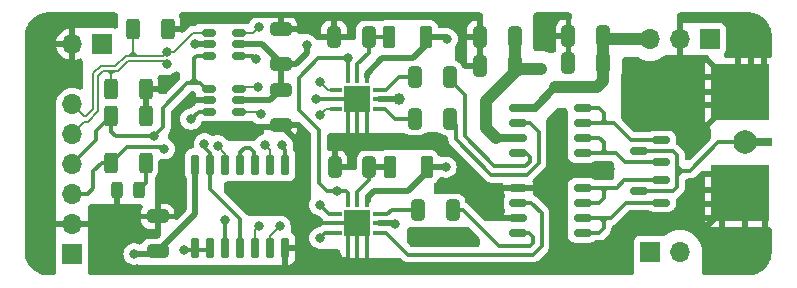
<source format=gbr>
%TF.GenerationSoftware,KiCad,Pcbnew,8.0.6*%
%TF.CreationDate,2024-10-28T10:45:57+07:00*%
%TF.ProjectId,PMOD-Pulser_update,504d4f44-2d50-4756-9c73-65725f757064,rev?*%
%TF.SameCoordinates,PX5e2ce30PY52bb330*%
%TF.FileFunction,Copper,L1,Top*%
%TF.FilePolarity,Positive*%
%FSLAX46Y46*%
G04 Gerber Fmt 4.6, Leading zero omitted, Abs format (unit mm)*
G04 Created by KiCad (PCBNEW 8.0.6) date 2024-10-28 10:45:57*
%MOMM*%
%LPD*%
G01*
G04 APERTURE LIST*
G04 Aperture macros list*
%AMRoundRect*
0 Rectangle with rounded corners*
0 $1 Rounding radius*
0 $2 $3 $4 $5 $6 $7 $8 $9 X,Y pos of 4 corners*
0 Add a 4 corners polygon primitive as box body*
4,1,4,$2,$3,$4,$5,$6,$7,$8,$9,$2,$3,0*
0 Add four circle primitives for the rounded corners*
1,1,$1+$1,$2,$3*
1,1,$1+$1,$4,$5*
1,1,$1+$1,$6,$7*
1,1,$1+$1,$8,$9*
0 Add four rect primitives between the rounded corners*
20,1,$1+$1,$2,$3,$4,$5,0*
20,1,$1+$1,$4,$5,$6,$7,0*
20,1,$1+$1,$6,$7,$8,$9,0*
20,1,$1+$1,$8,$9,$2,$3,0*%
G04 Aperture macros list end*
%TA.AperFunction,ComponentPad*%
%ADD10C,2.000000*%
%TD*%
%TA.AperFunction,ComponentPad*%
%ADD11R,1.700000X1.700000*%
%TD*%
%TA.AperFunction,ComponentPad*%
%ADD12O,1.700000X1.700000*%
%TD*%
%TA.AperFunction,SMDPad,CuDef*%
%ADD13RoundRect,0.150000X0.450000X-0.150000X0.450000X0.150000X-0.450000X0.150000X-0.450000X-0.150000X0*%
%TD*%
%TA.AperFunction,SMDPad,CuDef*%
%ADD14RoundRect,0.250000X-0.325000X-0.650000X0.325000X-0.650000X0.325000X0.650000X-0.325000X0.650000X0*%
%TD*%
%TA.AperFunction,SMDPad,CuDef*%
%ADD15RoundRect,0.250000X-0.312500X-0.625000X0.312500X-0.625000X0.312500X0.625000X-0.312500X0.625000X0*%
%TD*%
%TA.AperFunction,SMDPad,CuDef*%
%ADD16RoundRect,0.150000X0.587500X0.150000X-0.587500X0.150000X-0.587500X-0.150000X0.587500X-0.150000X0*%
%TD*%
%TA.AperFunction,SMDPad,CuDef*%
%ADD17RoundRect,0.087500X0.462500X-0.087500X0.462500X0.087500X-0.462500X0.087500X-0.462500X-0.087500X0*%
%TD*%
%TA.AperFunction,SMDPad,CuDef*%
%ADD18RoundRect,0.087500X-0.087500X-0.462500X0.087500X-0.462500X0.087500X0.462500X-0.087500X0.462500X0*%
%TD*%
%TA.AperFunction,SMDPad,CuDef*%
%ADD19R,2.250000X2.250000*%
%TD*%
%TA.AperFunction,SMDPad,CuDef*%
%ADD20RoundRect,0.250000X0.650000X-0.325000X0.650000X0.325000X-0.650000X0.325000X-0.650000X-0.325000X0*%
%TD*%
%TA.AperFunction,SMDPad,CuDef*%
%ADD21RoundRect,0.250000X0.275000X0.700000X-0.275000X0.700000X-0.275000X-0.700000X0.275000X-0.700000X0*%
%TD*%
%TA.AperFunction,SMDPad,CuDef*%
%ADD22R,2.350000X0.700000*%
%TD*%
%TA.AperFunction,SMDPad,CuDef*%
%ADD23R,4.900000X4.800000*%
%TD*%
%TA.AperFunction,SMDPad,CuDef*%
%ADD24RoundRect,0.250000X-0.650000X0.325000X-0.650000X-0.325000X0.650000X-0.325000X0.650000X0.325000X0*%
%TD*%
%TA.AperFunction,SMDPad,CuDef*%
%ADD25RoundRect,0.162500X0.600000X-0.162500X0.600000X0.162500X-0.600000X0.162500X-0.600000X-0.162500X0*%
%TD*%
%TA.AperFunction,SMDPad,CuDef*%
%ADD26RoundRect,0.175000X0.175000X0.712500X-0.175000X0.712500X-0.175000X-0.712500X0.175000X-0.712500X0*%
%TD*%
%TA.AperFunction,SMDPad,CuDef*%
%ADD27RoundRect,0.243750X-0.243750X-0.456250X0.243750X-0.456250X0.243750X0.456250X-0.243750X0.456250X0*%
%TD*%
%TA.AperFunction,ViaPad*%
%ADD28C,0.800000*%
%TD*%
%TA.AperFunction,ViaPad*%
%ADD29C,1.000000*%
%TD*%
%TA.AperFunction,Conductor*%
%ADD30C,0.300000*%
%TD*%
%TA.AperFunction,Conductor*%
%ADD31C,0.500000*%
%TD*%
%TA.AperFunction,Conductor*%
%ADD32C,0.350000*%
%TD*%
%TA.AperFunction,Conductor*%
%ADD33C,0.200000*%
%TD*%
%TA.AperFunction,Conductor*%
%ADD34C,1.000000*%
%TD*%
%TA.AperFunction,Conductor*%
%ADD35C,0.700000*%
%TD*%
%TA.AperFunction,Conductor*%
%ADD36C,0.650000*%
%TD*%
G04 APERTURE END LIST*
D10*
%TO.P,REF\u002A\u002A,1*%
%TO.N,Net-(D1-K-Pad3)*%
X61000000Y11250000D03*
%TD*%
D11*
%TO.P,J4,1,Pin_1*%
%TO.N,OE*%
X58000000Y20000000D03*
D12*
%TO.P,J4,2,Pin_2*%
%TO.N,GND*%
X55460000Y20000000D03*
%TO.P,J4,3,Pin_3*%
%TO.N,-HV*%
X52920000Y20000000D03*
%TD*%
D13*
%TO.P,IC1,1,1A*%
%TO.N,P+*%
X15600000Y20500000D03*
%TO.P,IC1,2,GND*%
%TO.N,GND*%
X15600000Y19550000D03*
%TO.P,IC1,3,2A*%
%TO.N,Pdamp*%
X15600000Y18600000D03*
%TO.P,IC1,4,2Y*%
%TO.N,Net-(H1-2A)*%
X18100000Y18600000D03*
%TO.P,IC1,5,VCC*%
%TO.N,+5V*%
X18100000Y19550000D03*
%TO.P,IC1,6,1Y*%
%TO.N,Net-(H1-4A)*%
X18100000Y20500000D03*
%TD*%
D14*
%TO.P,C5,1*%
%TO.N,Net-(IC2-OUTB)*%
X33025000Y13250000D03*
%TO.P,C5,2*%
%TO.N,Net-(IC3-GN)*%
X35975000Y13250000D03*
%TD*%
D15*
%TO.P,R3,1*%
%TO.N,P-*%
X7287500Y15750000D03*
%TO.P,R3,2*%
%TO.N,GND*%
X10212500Y15750000D03*
%TD*%
D14*
%TO.P,C6,1*%
%TO.N,GND*%
X46025000Y18000000D03*
%TO.P,C6,2*%
%TO.N,-HV*%
X48975000Y18000000D03*
%TD*%
D16*
%TO.P,D2,1,K*%
%TO.N,Net-(IC6-DP_1)*%
X53875000Y6150000D03*
%TO.P,D2,2,A*%
%TO.N,Net-(D2-A)*%
X53875000Y8050000D03*
%TO.P,D2,3,K*%
%TO.N,Net-(D1-K-Pad3)*%
X52000000Y7100000D03*
%TD*%
D14*
%TO.P,C7,1*%
%TO.N,GND*%
X46025000Y20250000D03*
%TO.P,C7,2*%
%TO.N,-HV*%
X48975000Y20250000D03*
%TD*%
D17*
%TO.P,IC2,1,INA*%
%TO.N,PULSE+*%
X26300000Y15700000D03*
%TO.P,IC2,2,VL*%
%TO.N,GND*%
X26300000Y14900000D03*
%TO.P,IC2,3,INB*%
%TO.N,PULSE-*%
X26300000Y14100000D03*
D18*
%TO.P,IC2,4,GND_1*%
%TO.N,GND*%
X27350000Y13050000D03*
%TO.P,IC2,5,VSS1*%
X28150000Y13050000D03*
%TO.P,IC2,6,VSS2*%
X28950000Y13050000D03*
D17*
%TO.P,IC2,7,OUTB*%
%TO.N,Net-(IC2-OUTB)*%
X30000000Y14100000D03*
%TO.P,IC2,8,VH*%
%TO.N,+5V*%
X30000000Y14900000D03*
%TO.P,IC2,9,OUTA*%
%TO.N,Net-(IC2-OUTA)*%
X30000000Y15700000D03*
D18*
%TO.P,IC2,10,VDD2*%
%TO.N,+5V*%
X28950000Y16750000D03*
%TO.P,IC2,11,VDD1*%
%TO.N,Net-(IC2-VDD1)*%
X28150000Y16750000D03*
%TO.P,IC2,12,OE*%
%TO.N,OE*%
X27350000Y16750000D03*
D19*
%TO.P,IC2,13,GND_2*%
%TO.N,GND*%
X28150000Y14900000D03*
%TD*%
D16*
%TO.P,D1,1,K*%
%TO.N,Net-(IC3-DP_1)*%
X53875000Y9550000D03*
%TO.P,D1,2,A*%
%TO.N,Net-(D1-A)*%
X53875000Y11450000D03*
%TO.P,D1,3,K*%
%TO.N,Net-(D1-K-Pad3)*%
X52000000Y10500000D03*
%TD*%
D20*
%TO.P,C15,1*%
%TO.N,+5V*%
X21650000Y17875000D03*
%TO.P,C15,2*%
%TO.N,GND*%
X21650000Y20825000D03*
%TD*%
D14*
%TO.P,C4,1*%
%TO.N,Net-(IC2-OUTA)*%
X33025000Y16750000D03*
%TO.P,C4,2*%
%TO.N,Net-(IC3-GP)*%
X35975000Y16750000D03*
%TD*%
D21*
%TO.P,FB2,1*%
%TO.N,+5V*%
X34025000Y9150000D03*
%TO.P,FB2,2*%
%TO.N,Net-(IC5-VDD1)*%
X30875000Y9150000D03*
%TD*%
%TO.P,FB1,1*%
%TO.N,+5V*%
X33975000Y20150000D03*
%TO.P,FB1,2*%
%TO.N,Net-(IC2-VDD1)*%
X30825000Y20150000D03*
%TD*%
D20*
%TO.P,C14,1*%
%TO.N,+5V*%
X11250000Y2025000D03*
%TO.P,C14,2*%
%TO.N,GND*%
X11250000Y4975000D03*
%TD*%
D11*
%TO.P,J6,1,Pin_1*%
%TO.N,+5V*%
X52920000Y2000000D03*
D12*
%TO.P,J6,2,Pin_2*%
%TO.N,+HV*%
X55460000Y2000000D03*
%TD*%
D22*
%TO.P,J1,1,1*%
%TO.N,Net-(D1-K-Pad3)*%
X62101000Y11250000D03*
D23*
%TO.P,J1,2,2*%
%TO.N,GND*%
X60526000Y7000000D03*
X60526000Y15500000D03*
%TD*%
D15*
%TO.P,R2,1*%
%TO.N,P+*%
X9187500Y20850000D03*
%TO.P,R2,2*%
%TO.N,GND*%
X12112500Y20850000D03*
%TD*%
%TO.P,R4,1*%
%TO.N,Pdamp*%
X7287500Y13500000D03*
%TO.P,R4,2*%
%TO.N,GND*%
X10212500Y13500000D03*
%TD*%
D14*
%TO.P,C9,1*%
%TO.N,Net-(IC5-OUTA)*%
X33275000Y5500000D03*
%TO.P,C9,2*%
%TO.N,Net-(IC6-GP)*%
X36225000Y5500000D03*
%TD*%
D11*
%TO.P,J2,1,Pin_1*%
%TO.N,+5V*%
X6540000Y19580000D03*
D12*
%TO.P,J2,2,Pin_2*%
%TO.N,GND*%
X4000000Y19580000D03*
%TD*%
D14*
%TO.P,C2,1*%
%TO.N,GND*%
X38525000Y17750000D03*
%TO.P,C2,2*%
%TO.N,+HV*%
X41475000Y17750000D03*
%TD*%
D24*
%TO.P,C16,1*%
%TO.N,+5V*%
X21650000Y15675000D03*
%TO.P,C16,2*%
%TO.N,GND*%
X21650000Y12725000D03*
%TD*%
D25*
%TO.P,IC6,1,SN*%
%TO.N,GND*%
X41788000Y7405000D03*
%TO.P,IC6,2,GN*%
%TO.N,Net-(IC5-OUTB)*%
X41788000Y6135000D03*
%TO.P,IC6,3,SP*%
%TO.N,GND*%
X41788000Y4865000D03*
%TO.P,IC6,4,GP*%
%TO.N,Net-(IC6-GP)*%
X41788000Y3595000D03*
%TO.P,IC6,5,DP_1*%
%TO.N,Net-(IC6-DP_1)*%
X47212000Y3595000D03*
%TO.P,IC6,6,DP_2*%
X47212000Y4865000D03*
%TO.P,IC6,7,DN_1*%
%TO.N,Net-(D2-A)*%
X47212000Y6135000D03*
%TO.P,IC6,8,DN_2*%
X47212000Y7405000D03*
%TD*%
%TO.P,IC3,1,SN*%
%TO.N,-HV*%
X41788000Y14155000D03*
%TO.P,IC3,2,GN*%
%TO.N,Net-(IC3-GN)*%
X41788000Y12885000D03*
%TO.P,IC3,3,SP*%
%TO.N,+HV*%
X41788000Y11615000D03*
%TO.P,IC3,4,GP*%
%TO.N,Net-(IC3-GP)*%
X41788000Y10345000D03*
%TO.P,IC3,5,DP_1*%
%TO.N,Net-(IC3-DP_1)*%
X47212000Y10345000D03*
%TO.P,IC3,6,DP_2*%
X47212000Y11615000D03*
%TO.P,IC3,7,DN_1*%
%TO.N,Net-(D1-A)*%
X47212000Y12885000D03*
%TO.P,IC3,8,DN_2*%
X47212000Y14155000D03*
%TD*%
D14*
%TO.P,C8,1*%
%TO.N,GND*%
X26225000Y9150000D03*
%TO.P,C8,2*%
%TO.N,Net-(IC5-VDD1)*%
X29175000Y9150000D03*
%TD*%
D26*
%TO.P,H1,1,1A*%
%TO.N,Pdamp*%
X14440000Y2274000D03*
%TO.P,H1,2,1B*%
X15710000Y2274000D03*
%TO.P,H1,3,1Y*%
%TO.N,DAMP*%
X16980000Y2274000D03*
%TO.P,H1,4,2A*%
%TO.N,Net-(H1-2A)*%
X18250000Y2274000D03*
%TO.P,H1,5,2B*%
%TO.N,P+*%
X19520000Y2274000D03*
%TO.P,H1,6,2Y*%
%TO.N,PULSE+*%
X20790000Y2274000D03*
%TO.P,H1,7,GND*%
%TO.N,GND*%
X22060000Y2274000D03*
%TO.P,H1,8,3Y*%
%TO.N,_PULSE-*%
X22060000Y9350000D03*
%TO.P,H1,9,3A*%
%TO.N,P-*%
X20790000Y9350000D03*
%TO.P,H1,10,3B*%
%TO.N,Net-(H1-3B)*%
X19520000Y9350000D03*
%TO.P,H1,11,4Y*%
X18250000Y9350000D03*
%TO.P,H1,12,4A*%
%TO.N,Net-(H1-4A)*%
X16980000Y9350000D03*
%TO.P,H1,13,4B*%
%TO.N,Net-(H1-2A)*%
X15710000Y9350000D03*
%TO.P,H1,14,VCC*%
%TO.N,+5V*%
X14440000Y9350000D03*
%TD*%
D14*
%TO.P,C3,1*%
%TO.N,GND*%
X38525000Y20150000D03*
%TO.P,C3,2*%
%TO.N,+HV*%
X41475000Y20150000D03*
%TD*%
D15*
%TO.P,R1,1*%
%TO.N,OE*%
X7287500Y9500000D03*
%TO.P,R1,2*%
%TO.N,Net-(D3-Pad2)*%
X10212500Y9500000D03*
%TD*%
D27*
%TO.P,D3,1*%
%TO.N,GND*%
X7812500Y7250000D03*
%TO.P,D3,2*%
%TO.N,Net-(D3-Pad2)*%
X9687500Y7250000D03*
%TD*%
D11*
%TO.P,J3,1,1*%
%TO.N,+3.3V*%
X4000000Y1800000D03*
D12*
%TO.P,J3,2,2*%
%TO.N,GND*%
X4000000Y4340000D03*
%TO.P,J3,3,3*%
%TO.N,OE*%
X4000000Y6880000D03*
%TO.P,J3,4,4*%
%TO.N,Pdamp*%
X4000000Y9420000D03*
%TO.P,J3,5,5*%
%TO.N,P-*%
X4000000Y11960000D03*
%TO.P,J3,6,6*%
%TO.N,P+*%
X4000000Y14500000D03*
%TD*%
D14*
%TO.P,C1,1*%
%TO.N,GND*%
X26175000Y20150000D03*
%TO.P,C1,2*%
%TO.N,Net-(IC2-VDD1)*%
X29125000Y20150000D03*
%TD*%
D13*
%TO.P,IC4,1,1A*%
%TO.N,Pdamp*%
X15600000Y15750000D03*
%TO.P,IC4,2,GND*%
%TO.N,GND*%
X15600000Y14800000D03*
%TO.P,IC4,3,2A*%
%TO.N,_PULSE-*%
X15600000Y13850000D03*
%TO.P,IC4,4,2Y*%
%TO.N,PULSE-*%
X18100000Y13850000D03*
%TO.P,IC4,5,VCC*%
%TO.N,+5V*%
X18100000Y14800000D03*
%TO.P,IC4,6,1Y*%
%TO.N,~{DAMP}*%
X18100000Y15750000D03*
%TD*%
D17*
%TO.P,IC5,1,INA*%
%TO.N,DAMP*%
X26300000Y5200000D03*
%TO.P,IC5,2,VL*%
%TO.N,GND*%
X26300000Y4400000D03*
%TO.P,IC5,3,INB*%
%TO.N,~{DAMP}*%
X26300000Y3600000D03*
D18*
%TO.P,IC5,4,GND_1*%
%TO.N,GND*%
X27350000Y2550000D03*
%TO.P,IC5,5,VSS1*%
X28150000Y2550000D03*
%TO.P,IC5,6,VSS2*%
X28950000Y2550000D03*
D17*
%TO.P,IC5,7,OUTB*%
%TO.N,Net-(IC5-OUTB)*%
X30000000Y3600000D03*
%TO.P,IC5,8,VH*%
%TO.N,+5V*%
X30000000Y4400000D03*
%TO.P,IC5,9,OUTA*%
%TO.N,Net-(IC5-OUTA)*%
X30000000Y5200000D03*
D18*
%TO.P,IC5,10,VDD2*%
%TO.N,+5V*%
X28950000Y6250000D03*
%TO.P,IC5,11,VDD1*%
%TO.N,Net-(IC5-VDD1)*%
X28150000Y6250000D03*
%TO.P,IC5,12,OE*%
%TO.N,OE*%
X27350000Y6250000D03*
D19*
%TO.P,IC5,13,GND_2*%
%TO.N,GND*%
X28150000Y4400000D03*
%TD*%
D28*
%TO.N,GND*%
X51050000Y2000000D03*
X49500000Y9000000D03*
X8500000Y3000000D03*
X62200000Y18850000D03*
X51000000Y16750000D03*
X5500000Y21500000D03*
X27750000Y11250000D03*
X43500000Y20250000D03*
X6250000Y5500000D03*
X17250000Y7500000D03*
X8500000Y5500000D03*
X57000000Y16750000D03*
X13000000Y8250000D03*
X45250000Y3250000D03*
X60250000Y750000D03*
X28750000Y5000000D03*
X28750000Y14250000D03*
X18750000Y6000000D03*
X31000000Y11250000D03*
X44500000Y19250000D03*
X45250000Y13750000D03*
X35250000Y7500000D03*
X29750000Y11250000D03*
X13000000Y6250000D03*
X11750000Y15750000D03*
X60000000Y18850000D03*
X23500000Y4000000D03*
X57150000Y5550000D03*
X45250000Y12750000D03*
X62750000Y3700000D03*
X52000000Y13000000D03*
X38000000Y2900000D03*
X34000000Y3000000D03*
X37000000Y9500000D03*
X12950000Y13900000D03*
X13000000Y7250000D03*
X54000000Y16750000D03*
X61500000Y750000D03*
X45250000Y11750000D03*
X48000000Y2000000D03*
X38000000Y6500000D03*
X43500000Y7500000D03*
X61500000Y3700000D03*
X34500000Y11250000D03*
X4500000Y17000000D03*
X54000000Y13000000D03*
X57750000Y3700000D03*
X33500000Y11250000D03*
X55500000Y16750000D03*
X57000000Y12500000D03*
X18000000Y6750000D03*
X6000000Y500000D03*
X32750000Y3000000D03*
X37000000Y7600000D03*
X28750000Y15500000D03*
X7500000Y21500000D03*
X46500000Y2000000D03*
X52500000Y16750000D03*
X44250000Y6750000D03*
X12750000Y16750000D03*
X57150000Y6700000D03*
X55500000Y12250000D03*
X60250000Y3700000D03*
X23500000Y7000000D03*
X57000000Y13750000D03*
X59000000Y3700000D03*
X14400000Y19550000D03*
X51000000Y13750000D03*
X51000000Y15250000D03*
X38000000Y8500000D03*
X48000000Y9000000D03*
X23500000Y6000000D03*
X51000000Y3750000D03*
X23500000Y5000000D03*
X57000000Y15250000D03*
X39750000Y6500000D03*
X7750000Y500000D03*
X27500000Y3750000D03*
X27500000Y5000000D03*
X45250000Y2000000D03*
X28750000Y3750000D03*
X59000000Y750000D03*
X26000000Y11250000D03*
X45250000Y4500000D03*
X57150000Y8100000D03*
X36750000Y2900000D03*
X27500000Y14250000D03*
X57750000Y750000D03*
X14050000Y14800000D03*
X37000000Y18500000D03*
X62750000Y1500000D03*
X13000000Y9250000D03*
X24650000Y14900000D03*
X56250000Y11500000D03*
X18750000Y7500000D03*
X27500000Y15500000D03*
X49500000Y2000000D03*
X45250000Y5750000D03*
%TO.N,+5V*%
X31375000Y4350000D03*
X35750000Y20000000D03*
X23900000Y19500000D03*
X9250000Y1800000D03*
D29*
X31650000Y14900000D03*
D28*
X35650000Y9150000D03*
%TO.N,Pdamp*%
X13450000Y2150000D03*
X10900000Y11750000D03*
%TO.N,DAMP*%
X24975000Y5950000D03*
X16950000Y4650000D03*
%TO.N,Net-(H1-2A)*%
X19600000Y18300000D03*
X15200000Y11100000D03*
%TO.N,P+*%
X19850000Y4150000D03*
X12000000Y18900000D03*
%TO.N,PULSE+*%
X21600000Y4150000D03*
X24975000Y16350000D03*
%TO.N,_PULSE-*%
X14050000Y13200000D03*
X21775000Y11025000D03*
%TO.N,P-*%
X12000000Y17850000D03*
X20350000Y11025000D03*
%TO.N,Net-(H1-4A)*%
X16312500Y10962500D03*
X19850000Y21050000D03*
%TO.N,PULSE-*%
X19975000Y13650000D03*
X24975000Y13550000D03*
%TO.N,OE*%
X26450000Y7150000D03*
X11800000Y10700000D03*
X27350000Y18400000D03*
%TO.N,~{DAMP}*%
X19700000Y15950000D03*
X24975000Y3150000D03*
%TO.N,+HV*%
X43700000Y17500000D03*
X42750000Y17450000D03*
%TD*%
D30*
%TO.N,Net-(D1-K-Pad3)*%
X58700000Y11250000D02*
X62100000Y11250000D01*
X55650000Y8850000D02*
X56300000Y8850000D01*
X56300000Y8850000D02*
X58700000Y11250000D01*
D31*
%TO.N,GND*%
X27350000Y3600000D02*
X28125000Y4375000D01*
D32*
X28950000Y2550000D02*
X28950000Y1000000D01*
X27350000Y13050000D02*
X27350000Y11500000D01*
X26300000Y4400000D02*
X24625000Y4400000D01*
X28950000Y2550000D02*
X28950000Y3600000D01*
D31*
X20300000Y22000000D02*
X18800000Y22000000D01*
X21650000Y21950000D02*
X21700000Y22000000D01*
D32*
X28950000Y13050000D02*
X28950000Y14100000D01*
D31*
X61000000Y5250000D02*
X61000000Y2950000D01*
X21725000Y12725000D02*
X23400000Y11050000D01*
X23900000Y22000000D02*
X24050000Y21850000D01*
X62600000Y18950000D02*
X62600000Y16650000D01*
D32*
X28150000Y2550000D02*
X28150000Y1000000D01*
D30*
X37000000Y18750000D02*
X37125000Y18750000D01*
D31*
X10212500Y15750000D02*
X10212500Y13500000D01*
X59350000Y4850000D02*
X57050000Y4850000D01*
X56850000Y14400000D02*
X59150000Y14400000D01*
D32*
X27350000Y2550000D02*
X27350000Y3600000D01*
D31*
X44250000Y20250000D02*
X46025000Y20250000D01*
X21650000Y12725000D02*
X21725000Y12725000D01*
X59400000Y7200000D02*
X57100000Y7200000D01*
X20300000Y22000000D02*
X23900000Y22000000D01*
X21650000Y20825000D02*
X21650000Y21950000D01*
X15600000Y19550000D02*
X14400000Y19550000D01*
D30*
X24625000Y4400000D02*
X24575000Y4350000D01*
D32*
X28150000Y13050000D02*
X28150000Y14100000D01*
X27350000Y2550000D02*
X27350000Y1000000D01*
X27350000Y13050000D02*
X27350000Y14100000D01*
D31*
X59400000Y6000000D02*
X57100000Y6000000D01*
D32*
X28150000Y13050000D02*
X28150000Y11500000D01*
D31*
X59050000Y5350000D02*
X59050000Y3050000D01*
X59600000Y8550000D02*
X57300000Y8550000D01*
X62700000Y5250000D02*
X62700000Y2950000D01*
X21337500Y12550000D02*
X18962500Y12550000D01*
X21700000Y22000000D02*
X20300000Y22000000D01*
X18800000Y22000000D02*
X18700000Y21900000D01*
D32*
X27550000Y4400000D02*
X26500000Y4400000D01*
X26300000Y14900000D02*
X27350000Y14900000D01*
X28150000Y2550000D02*
X28150000Y3600000D01*
D31*
X15600000Y14800000D02*
X14050000Y14800000D01*
D32*
X26300000Y14900000D02*
X24650000Y14900000D01*
D31*
X61500000Y19000000D02*
X61500000Y16700000D01*
X56926000Y15500000D02*
X59226000Y15500000D01*
D32*
X28950000Y13050000D02*
X28950000Y11500000D01*
D31*
X60350000Y18950000D02*
X60350000Y16650000D01*
X56900000Y16800000D02*
X59200000Y16800000D01*
D30*
X41788000Y4865000D02*
X41385000Y4865000D01*
D31*
X28125000Y4375000D02*
X28150000Y4400000D01*
D32*
%TO.N,Net-(IC2-VDD1)*%
X28150000Y16750000D02*
X28150000Y17850000D01*
X28150000Y17850000D02*
X29125000Y18825000D01*
X29125000Y18825000D02*
X29125000Y20150000D01*
D30*
X29125000Y20150000D02*
X30825000Y20150000D01*
D31*
%TO.N,+5V*%
X33975000Y19475000D02*
X32850000Y18350000D01*
X18100000Y14800000D02*
X20775000Y14800000D01*
X11025000Y1800000D02*
X11250000Y2025000D01*
X21650000Y17875000D02*
X21650000Y15675000D01*
X29575000Y7150000D02*
X29075000Y6650000D01*
X32400000Y7150000D02*
X29575000Y7150000D01*
X20775000Y14800000D02*
X21650000Y15675000D01*
X20100000Y19550000D02*
X18100000Y19550000D01*
X28950000Y17050000D02*
X28950000Y16775000D01*
X35600000Y20150000D02*
X33975000Y20150000D01*
X21650000Y17875000D02*
X21650000Y18000000D01*
X11275000Y2025000D02*
X14440000Y5190000D01*
X34025000Y8775000D02*
X32400000Y7150000D01*
X14440000Y5190000D02*
X14440000Y9350000D01*
X23900000Y18800000D02*
X22975000Y17875000D01*
X34025000Y9150000D02*
X34025000Y8775000D01*
X33975000Y20150000D02*
X33975000Y19475000D01*
X30000000Y4400000D02*
X31325000Y4400000D01*
X23900000Y19500000D02*
X23900000Y18800000D01*
X30000000Y14900000D02*
X31650000Y14900000D01*
X9250000Y1800000D02*
X11025000Y1800000D01*
X30250000Y18350000D02*
X28950000Y17050000D01*
X11250000Y2025000D02*
X11275000Y2025000D01*
X35750000Y20000000D02*
X35600000Y20150000D01*
X29075000Y6650000D02*
X29075000Y6250000D01*
X32850000Y18350000D02*
X30250000Y18350000D01*
X34025000Y9150000D02*
X35650000Y9150000D01*
X21650000Y18000000D02*
X20100000Y19550000D01*
X31325000Y4400000D02*
X31375000Y4350000D01*
X22975000Y17875000D02*
X21650000Y17875000D01*
D30*
%TO.N,Net-(IC2-OUTA)*%
X30000000Y15700000D02*
X30600000Y15700000D01*
X30600000Y15700000D02*
X31650000Y16750000D01*
X31650000Y16750000D02*
X33025000Y16750000D01*
%TO.N,Net-(IC3-GP)*%
X42750000Y10000000D02*
X42750000Y9625000D01*
X42405000Y10345000D02*
X42750000Y10000000D01*
X42375000Y9250000D02*
X39750000Y9250000D01*
X39750000Y9250000D02*
X37250000Y11750000D01*
X41788000Y10345000D02*
X42405000Y10345000D01*
X35975000Y16525000D02*
X35975000Y16750000D01*
X42750000Y9625000D02*
X42375000Y9250000D01*
X37250000Y15250000D02*
X35975000Y16525000D01*
X37250000Y11750000D02*
X37250000Y15250000D01*
%TO.N,Net-(IC2-OUTB)*%
X31350000Y13250000D02*
X33025000Y13250000D01*
X30500000Y14100000D02*
X31350000Y13250000D01*
X30000000Y14100000D02*
X30500000Y14100000D01*
%TO.N,Net-(IC3-GN)*%
X36500000Y11500000D02*
X36500000Y12725000D01*
X43500000Y12125000D02*
X43500000Y9500000D01*
X43500000Y9500000D02*
X42500000Y8500000D01*
X42500000Y8500000D02*
X39500000Y8500000D01*
X39500000Y8500000D02*
X36500000Y11500000D01*
X36500000Y12725000D02*
X35975000Y13250000D01*
X41788000Y12885000D02*
X42740000Y12885000D01*
X42740000Y12885000D02*
X43500000Y12125000D01*
%TO.N,Net-(IC5-VDD1)*%
X28150000Y7025000D02*
X29175000Y8050000D01*
D31*
X29175000Y9150000D02*
X30875000Y9150000D01*
D30*
X29175000Y8050000D02*
X29175000Y9150000D01*
X28150000Y6250000D02*
X28150000Y7025000D01*
%TO.N,Net-(IC5-OUTA)*%
X31050000Y5550000D02*
X33225000Y5550000D01*
X30000000Y5200000D02*
X30700000Y5200000D01*
X30700000Y5200000D02*
X31050000Y5550000D01*
X33225000Y5550000D02*
X33275000Y5500000D01*
%TO.N,Net-(IC6-GP)*%
X42655000Y3595000D02*
X43000000Y3250000D01*
X43000000Y3250000D02*
X43000000Y2750000D01*
X43000000Y2750000D02*
X42750000Y2500000D01*
X37100000Y5500000D02*
X36225000Y5500000D01*
X41788000Y3595000D02*
X42655000Y3595000D01*
X40100000Y2500000D02*
X37100000Y5500000D01*
X42750000Y2500000D02*
X40100000Y2500000D01*
%TO.N,Net-(IC3-DP_1)*%
X53875000Y9550000D02*
X50850000Y9550000D01*
X50055000Y10345000D02*
X49250000Y10345000D01*
X49000000Y10595000D02*
X48750000Y10345000D01*
X49250000Y10345000D02*
X49000000Y10345000D01*
X49000000Y10595000D02*
X49250000Y10345000D01*
X48750000Y10345000D02*
X47212000Y10345000D01*
X48635000Y11615000D02*
X49000000Y11250000D01*
X49000000Y10750000D02*
X49000000Y10595000D01*
X49000000Y10345000D02*
X48750000Y10345000D01*
X49000000Y10750000D02*
X49000000Y10345000D01*
X50850000Y9550000D02*
X50055000Y10345000D01*
X47212000Y11615000D02*
X48635000Y11615000D01*
X49000000Y11250000D02*
X49000000Y10750000D01*
%TO.N,Net-(D1-A)*%
X49250000Y12885000D02*
X49000000Y12885000D01*
X49000000Y13135000D02*
X48750000Y12885000D01*
X48750000Y12885000D02*
X47212000Y12885000D01*
X49000000Y13250000D02*
X49000000Y12885000D01*
X49000000Y13750000D02*
X49000000Y13250000D01*
X53875000Y11450000D02*
X51300000Y11450000D01*
X47212000Y14155000D02*
X48595000Y14155000D01*
X49865000Y12885000D02*
X49250000Y12885000D01*
X49000000Y12885000D02*
X48750000Y12885000D01*
X51300000Y11450000D02*
X49865000Y12885000D01*
X48595000Y14155000D02*
X49000000Y13750000D01*
X49000000Y13135000D02*
X49250000Y12885000D01*
X49000000Y13250000D02*
X49000000Y13135000D01*
%TO.N,Net-(D1-K-Pad3)*%
X55250000Y10150000D02*
X54900000Y10500000D01*
X54900000Y7100000D02*
X55250000Y7450000D01*
X55250000Y8850000D02*
X55650000Y8850000D01*
X55250000Y8850000D02*
X55250000Y9200000D01*
X55250000Y7450000D02*
X55250000Y8450000D01*
X55250000Y9200000D02*
X55250000Y10150000D01*
X55600000Y8850000D02*
X55250000Y9200000D01*
X55650000Y8850000D02*
X55250000Y8450000D01*
X55250000Y8450000D02*
X55250000Y8850000D01*
X52000000Y7100000D02*
X54900000Y7100000D01*
X55650000Y8850000D02*
X55600000Y8850000D01*
X54900000Y10500000D02*
X52000000Y10500000D01*
%TO.N,Net-(IC6-DP_1)*%
X49300000Y4850000D02*
X49000000Y4550000D01*
X49000000Y4865000D02*
X49300000Y4865000D01*
X49300000Y4865000D02*
X49615000Y4865000D01*
X49300000Y4865000D02*
X49300000Y4850000D01*
X49615000Y4865000D02*
X50900000Y6150000D01*
X47212000Y4865000D02*
X48700000Y4865000D01*
X49000000Y4550000D02*
X49000000Y4865000D01*
X48700000Y4850000D02*
X49000000Y4550000D01*
X48700000Y4865000D02*
X49000000Y4865000D01*
X48700000Y4865000D02*
X48700000Y4850000D01*
X48595000Y3595000D02*
X49000000Y4000000D01*
X47212000Y3595000D02*
X48595000Y3595000D01*
X49000000Y4000000D02*
X49000000Y4550000D01*
X50900000Y6150000D02*
X53875000Y6150000D01*
%TO.N,Net-(D2-A)*%
X49000000Y7000000D02*
X49000000Y7155000D01*
X49250000Y7405000D02*
X49000000Y7405000D01*
X49000000Y7405000D02*
X48750000Y7405000D01*
X49000000Y6500000D02*
X49000000Y7000000D01*
X48750000Y7405000D02*
X47212000Y7405000D01*
X50105000Y7405000D02*
X49250000Y7405000D01*
X53875000Y8050000D02*
X50750000Y8050000D01*
X47212000Y6135000D02*
X48635000Y6135000D01*
X49000000Y7000000D02*
X49000000Y7405000D01*
X49000000Y7155000D02*
X48750000Y7405000D01*
X48635000Y6135000D02*
X49000000Y6500000D01*
X49000000Y7155000D02*
X49250000Y7405000D01*
X50750000Y8050000D02*
X50105000Y7405000D01*
%TO.N,Net-(D3-Pad2)*%
X10212500Y7775000D02*
X10212500Y9500000D01*
X9687500Y7250000D02*
X10212500Y7775000D01*
%TO.N,Pdamp*%
X14300000Y16700000D02*
X14300000Y16600000D01*
X14650000Y16250000D02*
X14300000Y16250000D01*
X4000000Y9450000D02*
X6018750Y11468750D01*
X13450000Y2150000D02*
X14316000Y2150000D01*
X11700000Y14200000D02*
X11700000Y12550000D01*
X7287500Y12162500D02*
X7287500Y13500000D01*
X13750000Y16250000D02*
X11700000Y14200000D01*
X15600000Y18600000D02*
X14550000Y18600000D01*
X14550000Y18600000D02*
X14300000Y18350000D01*
X10900000Y11750000D02*
X7700000Y11750000D01*
X14316000Y2150000D02*
X14440000Y2274000D01*
X7700000Y11750000D02*
X7287500Y12162500D01*
X14300000Y16700000D02*
X14300000Y16250000D01*
X6018750Y11468750D02*
X6018750Y12231250D01*
X13450000Y2150000D02*
X15586000Y2150000D01*
X14300000Y18350000D02*
X14300000Y16700000D01*
X15586000Y2150000D02*
X15710000Y2274000D01*
X15300000Y15750000D02*
X14800000Y16250000D01*
X15600000Y15750000D02*
X15300000Y15750000D01*
X6018750Y12231250D02*
X7287500Y13500000D01*
X14300000Y16600000D02*
X14650000Y16250000D01*
X14800000Y16250000D02*
X14650000Y16250000D01*
X4000000Y9420000D02*
X4000000Y9450000D01*
X14300000Y16600000D02*
X13950000Y16250000D01*
X11700000Y12550000D02*
X10900000Y11750000D01*
X13950000Y16250000D02*
X13750000Y16250000D01*
X13950000Y16250000D02*
X14300000Y16250000D01*
%TO.N,DAMP*%
X25725000Y5200000D02*
X26300000Y5200000D01*
X16998000Y2292000D02*
X16980000Y2274000D01*
X16950000Y4650000D02*
X16950000Y2304000D01*
X16950000Y2304000D02*
X16980000Y2274000D01*
X24975000Y5950000D02*
X25725000Y5200000D01*
%TO.N,Net-(H1-2A)*%
X15200000Y11100000D02*
X15200000Y10850000D01*
X19600000Y18300000D02*
X19300000Y18600000D01*
X18250000Y4750000D02*
X15710000Y7290000D01*
X18250000Y2274000D02*
X18250000Y4750000D01*
X15710000Y7290000D02*
X15710000Y9350000D01*
X15200000Y10850000D02*
X15710000Y10340000D01*
X19300000Y18600000D02*
X18100000Y18600000D01*
X15710000Y10340000D02*
X15710000Y9350000D01*
D33*
%TO.N,P+*%
X5775000Y17093200D02*
X6406800Y17725000D01*
X9000000Y18600001D02*
X9250000Y18600001D01*
X19520000Y2274000D02*
X19520000Y3820000D01*
X14250000Y20500000D02*
X15600000Y20500000D01*
X7656800Y17725000D02*
X8531801Y18600001D01*
X19520000Y3820000D02*
X19850000Y4150000D01*
X4000000Y14500000D02*
X5044999Y13455001D01*
X9500000Y18600001D02*
X11700001Y18600001D01*
X8850001Y18600001D02*
X8800000Y18600001D01*
X6406800Y17725000D02*
X7656800Y17725000D01*
X5136801Y13455001D02*
X5775000Y14093200D01*
X9187500Y18912501D02*
X9500000Y18600001D01*
X5775000Y14093200D02*
X5775000Y17093200D01*
X9187500Y18662501D02*
X9250000Y18600001D01*
X9250000Y18600001D02*
X9500000Y18600001D01*
X9187500Y18937500D02*
X8850001Y18600001D01*
X5044999Y13455001D02*
X5136801Y13455001D01*
X9187500Y20850000D02*
X9150000Y20812500D01*
X12000000Y18900000D02*
X12650000Y18900000D01*
X12650000Y18900000D02*
X14250000Y20500000D01*
X9187500Y19000000D02*
X9187500Y18912501D01*
X9187500Y19000000D02*
X9187500Y18662501D01*
X9187500Y20850000D02*
X9187500Y19000000D01*
X11700001Y18600001D02*
X12000000Y18900000D01*
X8531801Y18600001D02*
X9000000Y18600001D01*
X9187500Y19000000D02*
X9187500Y18937500D01*
%TO.N,PULSE+*%
X25625000Y15700000D02*
X26300000Y15700000D01*
X24975000Y16350000D02*
X25625000Y15700000D01*
X21600000Y4150000D02*
X20790000Y3340000D01*
X20790000Y3340000D02*
X20790000Y2274000D01*
D30*
%TO.N,_PULSE-*%
X22060000Y10560000D02*
X22060000Y9350000D01*
X21775000Y10845000D02*
X22060000Y10560000D01*
X14700000Y13850000D02*
X14050000Y13200000D01*
X15600000Y13850000D02*
X14700000Y13850000D01*
X21775000Y11025000D02*
X21775000Y10845000D01*
D33*
X21920000Y9350000D02*
X21960000Y9390000D01*
%TO.N,P-*%
X5323199Y13004999D02*
X6225000Y13906800D01*
X7287500Y17037500D02*
X7050000Y17275000D01*
X6225000Y16906800D02*
X6593200Y17275000D01*
X11700001Y18149999D02*
X12000000Y17850000D01*
X8718199Y18149999D02*
X11700001Y18149999D01*
X6225000Y13906800D02*
X6225000Y16906800D01*
X7287500Y17000000D02*
X7287500Y17237500D01*
X7287500Y17237500D02*
X7250000Y17275000D01*
X7325000Y17000000D02*
X7600000Y17275000D01*
X6593200Y17275000D02*
X7050000Y17275000D01*
X4000000Y11960000D02*
X5044999Y13004999D01*
X5044999Y13004999D02*
X5323199Y13004999D01*
X7600000Y17275000D02*
X7843200Y17275000D01*
X7843200Y17275000D02*
X8718199Y18149999D01*
X20350000Y11025000D02*
X20790000Y10585000D01*
X7287500Y17000000D02*
X7325000Y17000000D01*
X20790000Y10585000D02*
X20790000Y9350000D01*
X7250000Y17275000D02*
X7600000Y17275000D01*
X7287500Y17000000D02*
X7287500Y17037500D01*
X7287500Y15750000D02*
X7287500Y17000000D01*
X7050000Y17275000D02*
X7250000Y17275000D01*
D30*
%TO.N,Net-(H1-3B)*%
X19440000Y9430000D02*
X19440000Y10410000D01*
X19100000Y10750000D02*
X18600000Y10750000D01*
X18250000Y10400000D02*
X18250000Y9350000D01*
X19520000Y9350000D02*
X19440000Y9430000D01*
X19440000Y10410000D02*
X19100000Y10750000D01*
X18600000Y10750000D02*
X18250000Y10400000D01*
D33*
%TO.N,Net-(H1-4A)*%
X19850000Y21050000D02*
X19300000Y20500000D01*
X19300000Y20500000D02*
X18100000Y20500000D01*
X16980000Y10295000D02*
X16980000Y9350000D01*
X16312500Y10962500D02*
X16980000Y10295000D01*
%TO.N,PULSE-*%
X25525000Y14100000D02*
X26300000Y14100000D01*
X18150000Y13800000D02*
X18100000Y13850000D01*
X24975000Y13550000D02*
X25525000Y14100000D01*
X19975000Y13650000D02*
X19825000Y13800000D01*
X19825000Y13800000D02*
X18150000Y13800000D01*
D30*
%TO.N,OE*%
X8637500Y10850000D02*
X7287500Y9500000D01*
X24900000Y7850000D02*
X25600000Y7150000D01*
X23200000Y14000000D02*
X24900000Y12300000D01*
X27350000Y6950000D02*
X27350000Y6250000D01*
X26450000Y7150000D02*
X27150000Y7150000D01*
X5330000Y6880000D02*
X5800000Y7350000D01*
X11800000Y10700000D02*
X11650000Y10850000D01*
X23200000Y16700000D02*
X23200000Y14000000D01*
X27350000Y18400000D02*
X27350000Y16750000D01*
X5800000Y7350000D02*
X5800000Y8800000D01*
X27300000Y18350000D02*
X24850000Y18350000D01*
X27350000Y18400000D02*
X27300000Y18350000D01*
X24900000Y12300000D02*
X24900000Y7850000D01*
X5800000Y8800000D02*
X6500000Y9500000D01*
X6500000Y9500000D02*
X7287500Y9500000D01*
X25600000Y7150000D02*
X26450000Y7150000D01*
X27150000Y7150000D02*
X27350000Y6950000D01*
X24850000Y18350000D02*
X23200000Y16700000D01*
X4000000Y6880000D02*
X5330000Y6880000D01*
X11650000Y10850000D02*
X8637500Y10850000D01*
D33*
%TO.N,~{DAMP}*%
X19700000Y15950000D02*
X18300000Y15950000D01*
D30*
X25425000Y3600000D02*
X26300000Y3600000D01*
D33*
X18300000Y15950000D02*
X18100000Y15750000D01*
D30*
X24975000Y3150000D02*
X25425000Y3600000D01*
%TO.N,Net-(IC5-OUTB)*%
X42865000Y6135000D02*
X43750000Y5250000D01*
X43750000Y5250000D02*
X43750000Y2500000D01*
X30600000Y3600000D02*
X30000000Y3600000D01*
X41788000Y6135000D02*
X42865000Y6135000D01*
X43000000Y1750000D02*
X32450000Y1750000D01*
X32450000Y1750000D02*
X30600000Y3600000D01*
X43750000Y2500000D02*
X43000000Y1750000D01*
D34*
%TO.N,-HV*%
X48975000Y18000000D02*
X48975000Y16475000D01*
X48975000Y16475000D02*
X48400000Y15900000D01*
D35*
X44900000Y15900000D02*
X43155000Y14155000D01*
D34*
X48975000Y20250000D02*
X48975000Y18000000D01*
D31*
X42905000Y14155000D02*
X41788000Y14155000D01*
D36*
X43155000Y14155000D02*
X41788000Y14155000D01*
D34*
X48400000Y15900000D02*
X44900000Y15900000D01*
X49225000Y20000000D02*
X48975000Y20250000D01*
X52920000Y20000000D02*
X49225000Y20000000D01*
D36*
%TO.N,+HV*%
X39885000Y11615000D02*
X41788000Y11615000D01*
D34*
X43700000Y17500000D02*
X41725000Y17500000D01*
X41475000Y17750000D02*
X41475000Y20150000D01*
X39000000Y14750000D02*
X41475000Y17225000D01*
D31*
X41725000Y17500000D02*
X41475000Y17750000D01*
X41475000Y17225000D02*
X41475000Y20150000D01*
D34*
X42450000Y17500000D02*
X41725000Y17500000D01*
X39000000Y12500000D02*
X39000000Y14750000D01*
X39000000Y12500000D02*
X39885000Y11615000D01*
%TD*%
%TA.AperFunction,Conductor*%
%TO.N,GND*%
G36*
X7746288Y22231046D02*
G01*
X7827070Y22177070D01*
X7881046Y22096288D01*
X7900000Y22001000D01*
X7900000Y21132589D01*
X7881046Y21037301D01*
X7827070Y20956519D01*
X7746288Y20902543D01*
X7651000Y20883589D01*
X7563986Y20899288D01*
X7497484Y20924091D01*
X7497485Y20924091D01*
X7437873Y20930500D01*
X5642134Y20930500D01*
X5642130Y20930500D01*
X5642128Y20930499D01*
X5629314Y20929122D01*
X5582519Y20924092D01*
X5582514Y20924091D01*
X5560017Y20915699D01*
X5473002Y20900000D01*
X4322475Y20900000D01*
X4258028Y20908485D01*
X4250000Y20910636D01*
X4250000Y20900000D01*
X4050000Y20900000D01*
X4250000Y20891112D01*
X4250000Y20013012D01*
X4192993Y20045925D01*
X4065826Y20080000D01*
X3934174Y20080000D01*
X3807007Y20045925D01*
X3750000Y20013012D01*
X3750000Y20910636D01*
X3749998Y20910637D01*
X3536516Y20853434D01*
X3536505Y20853430D01*
X3322428Y20753604D01*
X3322420Y20753600D01*
X3128923Y20618111D01*
X2961889Y20451077D01*
X2826400Y20257580D01*
X2826396Y20257572D01*
X2726570Y20043495D01*
X2726566Y20043484D01*
X2669363Y19830002D01*
X2669364Y19830000D01*
X3566988Y19830000D01*
X3534075Y19772993D01*
X3500000Y19645826D01*
X3500000Y19514174D01*
X3534075Y19387007D01*
X3566988Y19330000D01*
X2669364Y19330000D01*
X2669363Y19329999D01*
X2726566Y19116517D01*
X2726566Y19116515D01*
X2826399Y18902424D01*
X2961889Y18708924D01*
X3128923Y18541890D01*
X3322423Y18406400D01*
X3536511Y18306569D01*
X3750000Y18249365D01*
X3750000Y19146988D01*
X3807007Y19114075D01*
X3934174Y19080000D01*
X4065826Y19080000D01*
X4192993Y19114075D01*
X4250000Y19146988D01*
X4250000Y18249365D01*
X4463488Y18306569D01*
X4545768Y18344936D01*
X4640139Y18368028D01*
X4736163Y18353249D01*
X4819222Y18302847D01*
X4876671Y18224497D01*
X4899763Y18130126D01*
X4900000Y18119265D01*
X4900000Y15961288D01*
X4881046Y15866000D01*
X4827070Y15785218D01*
X4746288Y15731242D01*
X4651000Y15712288D01*
X4555712Y15731242D01*
X4545770Y15735617D01*
X4463667Y15773902D01*
X4463664Y15773903D01*
X4235401Y15835065D01*
X4000005Y15855659D01*
X3999995Y15855659D01*
X3764598Y15835065D01*
X3536335Y15773903D01*
X3536333Y15773902D01*
X3322177Y15674039D01*
X3322169Y15674035D01*
X3128600Y15538496D01*
X2961504Y15371400D01*
X2825965Y15177831D01*
X2825961Y15177823D01*
X2726098Y14963667D01*
X2726097Y14963665D01*
X2722302Y14949500D01*
X2664937Y14735408D01*
X2664936Y14735405D01*
X2664936Y14735402D01*
X2657398Y14649245D01*
X2637311Y14580332D01*
X2649052Y14446142D01*
X2650000Y14424439D01*
X2650000Y12035550D01*
X2649052Y12013847D01*
X2644341Y11960004D01*
X2644341Y11959998D01*
X2649052Y11906156D01*
X2650000Y11884452D01*
X2650000Y9495550D01*
X2649052Y9473847D01*
X2644341Y9420004D01*
X2644341Y9419998D01*
X2649052Y9366156D01*
X2650000Y9344452D01*
X2650000Y6955550D01*
X2649052Y6933847D01*
X2644718Y6884306D01*
X2644341Y6880000D01*
X2647190Y6847431D01*
X2649052Y6826156D01*
X2650000Y6804452D01*
X2650000Y4600000D01*
X2650001Y4600000D01*
X2660001Y4590000D01*
X3566988Y4590000D01*
X3534075Y4532993D01*
X3500000Y4405826D01*
X3500000Y4274174D01*
X3534075Y4147007D01*
X3566988Y4090000D01*
X2669363Y4090000D01*
X2650000Y4064766D01*
X2650000Y2713867D01*
X2649643Y2700536D01*
X2649500Y2697869D01*
X2649500Y902130D01*
X2649643Y899481D01*
X2650000Y886151D01*
X2650000Y249000D01*
X2631046Y153712D01*
X2577070Y72930D01*
X2496288Y18954D01*
X2401000Y0D01*
X2002204Y0D01*
X1997835Y38D01*
X1873101Y2227D01*
X1842133Y4709D01*
X1802887Y10336D01*
X1593082Y40415D01*
X1558462Y47925D01*
X1319107Y117996D01*
X1285901Y130343D01*
X1058916Y233672D01*
X1027799Y250606D01*
X817775Y385101D01*
X789376Y406279D01*
X654095Y523023D01*
X600549Y569232D01*
X575458Y594212D01*
X411670Y782312D01*
X390371Y810609D01*
X254938Y1020043D01*
X237866Y1051085D01*
X215566Y1099500D01*
X133531Y1277609D01*
X121037Y1310759D01*
X115559Y1329167D01*
X49903Y1549803D01*
X42242Y1584383D01*
X5427Y1833299D01*
X2809Y1864206D01*
X59Y1988454D01*
X0Y1993781D01*
X0Y20247804D01*
X40Y20252243D01*
X609Y20284153D01*
X2270Y20377281D01*
X4764Y20408275D01*
X40676Y20658053D01*
X48227Y20692761D01*
X94387Y20849968D01*
X118692Y20932743D01*
X131102Y20966015D01*
X235004Y21193529D01*
X252026Y21224701D01*
X252028Y21224704D01*
X387251Y21435115D01*
X408528Y21463537D01*
X572322Y21652567D01*
X597436Y21677680D01*
X786463Y21841472D01*
X814885Y21862749D01*
X1025303Y21997977D01*
X1056471Y22014996D01*
X1283985Y22118898D01*
X1317257Y22131308D01*
X1557241Y22201774D01*
X1591947Y22209324D01*
X1841727Y22245237D01*
X1872719Y22247730D01*
X1997757Y22249961D01*
X2002197Y22250000D01*
X7651000Y22250000D01*
X7746288Y22231046D01*
G37*
%TD.AperFunction*%
%TA.AperFunction,Conductor*%
G36*
X14346288Y15580546D02*
G01*
X14427070Y15526570D01*
X14481046Y15445788D01*
X14500000Y15350500D01*
X14500000Y14550000D01*
X14470023Y14520023D01*
X14427070Y14455737D01*
X14389336Y14424770D01*
X14285327Y14355275D01*
X14101734Y14171682D01*
X14020953Y14117706D01*
X13967901Y14104230D01*
X13968118Y14103213D01*
X13770203Y14061146D01*
X13770189Y14061142D01*
X13597271Y13984153D01*
X13444126Y13872886D01*
X13317469Y13732220D01*
X13222822Y13568286D01*
X13164325Y13388256D01*
X13144540Y13200000D01*
X13164325Y13011745D01*
X13190102Y12932415D01*
X13222821Y12831716D01*
X13317467Y12667784D01*
X13317469Y12667781D01*
X13437791Y12534151D01*
X13444129Y12527112D01*
X13522282Y12470331D01*
X13597271Y12415848D01*
X13770189Y12338859D01*
X13770192Y12338858D01*
X13770197Y12338856D01*
X13955354Y12299500D01*
X14144645Y12299500D01*
X14144646Y12299500D01*
X14329803Y12338856D01*
X14354887Y12350024D01*
X14502728Y12415848D01*
X14502728Y12415849D01*
X14502730Y12415849D01*
X14655871Y12527112D01*
X14782533Y12667784D01*
X14877179Y12831716D01*
X14890685Y12873284D01*
X14938153Y12958046D01*
X15014449Y13018195D01*
X15107956Y13044568D01*
X15147023Y13044569D01*
X15245556Y13036818D01*
X15312819Y13049500D01*
X16115693Y13049500D01*
X16115694Y13049500D01*
X16115694Y13049501D01*
X16120579Y13049692D01*
X16120584Y13049558D01*
X16131829Y13050000D01*
X17568171Y13050000D01*
X17579415Y13049558D01*
X17579421Y13049692D01*
X17584305Y13049501D01*
X17584306Y13049500D01*
X17584307Y13049500D01*
X18615693Y13049500D01*
X18615694Y13049500D01*
X18615694Y13049501D01*
X18620579Y13049692D01*
X18620584Y13049558D01*
X18631829Y13050000D01*
X19192638Y13050000D01*
X19287926Y13031046D01*
X19357976Y12984241D01*
X19359425Y12985849D01*
X19369126Y12977115D01*
X19369129Y12977112D01*
X19438849Y12926458D01*
X19522271Y12865848D01*
X19695189Y12788859D01*
X19695192Y12788858D01*
X19695197Y12788856D01*
X19880354Y12749500D01*
X20001001Y12749500D01*
X20096289Y12730546D01*
X20177071Y12676570D01*
X20231047Y12595788D01*
X20250001Y12500500D01*
X20250001Y12350024D01*
X20260494Y12247301D01*
X20260495Y12247298D01*
X20272277Y12211743D01*
X20284258Y12115330D01*
X20258431Y12021670D01*
X20198728Y11945024D01*
X20114238Y11897060D01*
X20087690Y11889863D01*
X20070205Y11886147D01*
X20070189Y11886142D01*
X19897271Y11809153D01*
X19744126Y11697886D01*
X19617469Y11557220D01*
X19598578Y11524499D01*
X19534519Y11451455D01*
X19447383Y11408484D01*
X19382938Y11400000D01*
X19181378Y11400000D01*
X19171194Y11400500D01*
X19164069Y11400500D01*
X18535931Y11400500D01*
X18528806Y11400500D01*
X18518622Y11400000D01*
X17240720Y11400000D01*
X17145432Y11418954D01*
X17064650Y11472930D01*
X17054082Y11485304D01*
X17053766Y11485018D01*
X16918373Y11635386D01*
X16918372Y11635387D01*
X16918371Y11635388D01*
X16825904Y11702569D01*
X16765228Y11746653D01*
X16592310Y11823642D01*
X16592296Y11823646D01*
X16407146Y11863000D01*
X16217854Y11863000D01*
X16032703Y11823646D01*
X16032693Y11823643D01*
X15980069Y11800213D01*
X15885310Y11778772D01*
X15789558Y11795226D01*
X15732435Y11826242D01*
X15726490Y11830561D01*
X15702012Y11848346D01*
X15652728Y11884153D01*
X15479810Y11961142D01*
X15479796Y11961146D01*
X15294646Y12000500D01*
X15105354Y12000500D01*
X14920203Y11961146D01*
X14920189Y11961142D01*
X14747271Y11884153D01*
X14594126Y11772886D01*
X14467469Y11632220D01*
X14372822Y11468286D01*
X14314325Y11288256D01*
X14294540Y11100000D01*
X14294540Y11099999D01*
X14305845Y10992433D01*
X14296955Y10895686D01*
X14251717Y10809705D01*
X14177020Y10747581D01*
X14132289Y10728682D01*
X13985729Y10683012D01*
X13985728Y10683011D01*
X13845348Y10598149D01*
X13729351Y10482152D01*
X13644489Y10341772D01*
X13644487Y10341768D01*
X13595684Y10185158D01*
X13595684Y10185155D01*
X13589501Y10117111D01*
X13589500Y10117087D01*
X13589500Y8582914D01*
X13589501Y8582890D01*
X13595684Y8514846D01*
X13595684Y8514843D01*
X13642114Y8365849D01*
X13644488Y8358230D01*
X13653590Y8343173D01*
X13686665Y8251825D01*
X13689500Y8214358D01*
X13689500Y5604009D01*
X13670546Y5508721D01*
X13616570Y5427939D01*
X12957885Y4769254D01*
X12877103Y4715278D01*
X12781815Y4696324D01*
X12686527Y4715278D01*
X12671977Y4725000D01*
X11500001Y4725000D01*
X11500000Y4724999D01*
X11500000Y3414509D01*
X11481046Y3319221D01*
X11427070Y3238439D01*
X11427068Y3238438D01*
X11362058Y3173429D01*
X11281276Y3119453D01*
X11185990Y3100500D01*
X10549993Y3100500D01*
X10447199Y3089999D01*
X10280667Y3034815D01*
X10131346Y2942714D01*
X10007287Y2818655D01*
X9942491Y2713604D01*
X9876335Y2642454D01*
X9787986Y2602036D01*
X9690895Y2598504D01*
X9629285Y2616851D01*
X9529803Y2661144D01*
X9529798Y2661145D01*
X9529796Y2661146D01*
X9344646Y2700500D01*
X9155354Y2700500D01*
X8970203Y2661146D01*
X8970189Y2661142D01*
X8797271Y2584153D01*
X8644126Y2472886D01*
X8517472Y2332223D01*
X8517469Y2332220D01*
X8422822Y2168286D01*
X8364325Y1988256D01*
X8344540Y1800000D01*
X8364325Y1611745D01*
X8384452Y1549803D01*
X8422821Y1431716D01*
X8505301Y1288856D01*
X8517469Y1267781D01*
X8644126Y1127115D01*
X8644129Y1127112D01*
X8727969Y1066199D01*
X8797271Y1015848D01*
X8970189Y938859D01*
X8970192Y938858D01*
X8970197Y938856D01*
X9155354Y899500D01*
X9344643Y899500D01*
X9344646Y899500D01*
X9451545Y922223D01*
X9548687Y923494D01*
X9607574Y900000D01*
X14079367Y900000D01*
X14128964Y892451D01*
X14129423Y894755D01*
X14142339Y892187D01*
X14142343Y892185D01*
X14210406Y886000D01*
X14210414Y886000D01*
X14669586Y886000D01*
X14669594Y886000D01*
X14737657Y892185D01*
X14737662Y892187D01*
X14750577Y894755D01*
X14751035Y892451D01*
X14800633Y900000D01*
X15349367Y900000D01*
X15398964Y892451D01*
X15399423Y894755D01*
X15412339Y892187D01*
X15412343Y892185D01*
X15480406Y886000D01*
X15480414Y886000D01*
X15939586Y886000D01*
X15939594Y886000D01*
X16007657Y892185D01*
X16007662Y892187D01*
X16020577Y894755D01*
X16021035Y892451D01*
X16070633Y900000D01*
X16619367Y900000D01*
X16668964Y892451D01*
X16669423Y894755D01*
X16682339Y892187D01*
X16682343Y892185D01*
X16750406Y886000D01*
X16750414Y886000D01*
X17209586Y886000D01*
X17209594Y886000D01*
X17277657Y892185D01*
X17277662Y892187D01*
X17290577Y894755D01*
X17291035Y892451D01*
X17340633Y900000D01*
X17889367Y900000D01*
X17938964Y892451D01*
X17939423Y894755D01*
X17952339Y892187D01*
X17952343Y892185D01*
X18020406Y886000D01*
X18020414Y886000D01*
X18479586Y886000D01*
X18479594Y886000D01*
X18547657Y892185D01*
X18547662Y892187D01*
X18560577Y894755D01*
X18561035Y892451D01*
X18610633Y900000D01*
X19159367Y900000D01*
X19208964Y892451D01*
X19209423Y894755D01*
X19222339Y892187D01*
X19222343Y892185D01*
X19290406Y886000D01*
X19290414Y886000D01*
X19749586Y886000D01*
X19749594Y886000D01*
X19817657Y892185D01*
X19817662Y892187D01*
X19830577Y894755D01*
X19831035Y892451D01*
X19880633Y900000D01*
X20429367Y900000D01*
X20478964Y892451D01*
X20479423Y894755D01*
X20492339Y892187D01*
X20492343Y892185D01*
X20560406Y886000D01*
X20560414Y886000D01*
X21019586Y886000D01*
X21019594Y886000D01*
X21087657Y892185D01*
X21087662Y892187D01*
X21100577Y894755D01*
X21101035Y892451D01*
X21150633Y900000D01*
X21701112Y900000D01*
X21749692Y895215D01*
X21762439Y892680D01*
X21809999Y888358D01*
X21810000Y888359D01*
X21810000Y2023999D01*
X22310000Y2023999D01*
X22310000Y888360D01*
X22357563Y892680D01*
X22514063Y941447D01*
X22654341Y1026248D01*
X22770252Y1142159D01*
X22855054Y1282438D01*
X22903820Y1438937D01*
X22903820Y1438938D01*
X22909999Y1506928D01*
X22910000Y1506949D01*
X22910000Y2023999D01*
X22909999Y2024000D01*
X22310001Y2024000D01*
X22310000Y2023999D01*
X21810000Y2023999D01*
X21810000Y2275000D01*
X21828954Y2370288D01*
X21882930Y2451070D01*
X21963712Y2505046D01*
X22059000Y2524000D01*
X22909998Y2524000D01*
X22909999Y2524001D01*
X22909999Y3041053D01*
X22903818Y3109070D01*
X22855053Y3265564D01*
X22770252Y3405842D01*
X22654340Y3521754D01*
X22620180Y3542405D01*
X22548441Y3607923D01*
X22507235Y3695907D01*
X22500000Y3755493D01*
X22500000Y4085002D01*
X22501364Y4111030D01*
X22502074Y4117788D01*
X22505460Y4150000D01*
X22485674Y4338256D01*
X22427179Y4518284D01*
X22332533Y4682216D01*
X22332531Y4682219D01*
X22332530Y4682220D01*
X22205873Y4822886D01*
X22205872Y4822887D01*
X22205871Y4822888D01*
X22100423Y4899500D01*
X22052728Y4934153D01*
X21879810Y5011142D01*
X21879796Y5011146D01*
X21694646Y5050500D01*
X21505354Y5050500D01*
X21497083Y5050500D01*
X21487547Y5050000D01*
X19962453Y5050000D01*
X19952917Y5050500D01*
X19944646Y5050500D01*
X19755354Y5050500D01*
X19747083Y5050500D01*
X19737547Y5050000D01*
X18964989Y5050000D01*
X18869701Y5068954D01*
X18788919Y5122930D01*
X18757955Y5160661D01*
X18755279Y5164666D01*
X18755278Y5164667D01*
X18755276Y5164670D01*
X16922930Y6997016D01*
X16868954Y7077798D01*
X16850000Y7173086D01*
X16850000Y7701000D01*
X16868954Y7796288D01*
X16922930Y7877070D01*
X17003712Y7931046D01*
X17099000Y7950000D01*
X22321392Y7950000D01*
X22337697Y7960895D01*
X22358899Y7968573D01*
X22514270Y8016988D01*
X22654653Y8101852D01*
X22770648Y8217847D01*
X22855512Y8358230D01*
X22904315Y8514843D01*
X22910500Y8582906D01*
X22910500Y10117094D01*
X22904315Y10185157D01*
X22855512Y10341770D01*
X22770648Y10482153D01*
X22770645Y10482156D01*
X22762531Y10492512D01*
X22718683Y10579209D01*
X22710733Y10621691D01*
X22710500Y10624054D01*
X22710500Y10624069D01*
X22685501Y10749744D01*
X22682605Y10756734D01*
X22663651Y10852021D01*
X22665015Y10878050D01*
X22666088Y10888256D01*
X22680460Y11025000D01*
X22660674Y11213256D01*
X22602179Y11393284D01*
X22590317Y11413830D01*
X22559088Y11505825D01*
X22565442Y11602772D01*
X22608412Y11689908D01*
X22675241Y11750257D01*
X22768340Y11807681D01*
X22768345Y11807685D01*
X22892315Y11931655D01*
X22892318Y11931659D01*
X22984358Y12080879D01*
X22984359Y12080880D01*
X23039504Y12247299D01*
X23039505Y12247306D01*
X23049999Y12350019D01*
X23050000Y12350029D01*
X23050000Y12474999D01*
X23049999Y12475000D01*
X21649000Y12475000D01*
X21553712Y12493954D01*
X21472930Y12547930D01*
X21418954Y12628712D01*
X21400000Y12724000D01*
X21400000Y13306819D01*
X21900000Y13102273D01*
X21900000Y12975001D01*
X21900001Y12975000D01*
X23074105Y12975000D01*
X23082238Y12980434D01*
X23177526Y12999388D01*
X23272814Y12980434D01*
X23353596Y12926458D01*
X24176570Y12103484D01*
X24230546Y12022702D01*
X24249500Y11927414D01*
X24249500Y7923291D01*
X24235839Y7854614D01*
X24245216Y7807473D01*
X24250000Y7758896D01*
X24250000Y6561984D01*
X24231046Y6466696D01*
X24216641Y6437485D01*
X24154006Y6328997D01*
X24147821Y6318284D01*
X24138116Y6288415D01*
X24089325Y6138256D01*
X24069540Y5950000D01*
X24089325Y5761745D01*
X24096520Y5739602D01*
X24147821Y5581716D01*
X24242467Y5417784D01*
X24242469Y5417781D01*
X24347268Y5301391D01*
X24369129Y5277112D01*
X24455122Y5214635D01*
X24522271Y5165848D01*
X24695189Y5088859D01*
X24695192Y5088858D01*
X24695197Y5088856D01*
X24880354Y5049500D01*
X24893118Y5046787D01*
X24892718Y5044909D01*
X24969473Y5021078D01*
X25026736Y4978319D01*
X25189818Y4815237D01*
X25243794Y4734455D01*
X25262748Y4639167D01*
X25260618Y4606667D01*
X25250000Y4526013D01*
X25250000Y4396869D01*
X25231046Y4301581D01*
X25177070Y4220799D01*
X25126849Y4183552D01*
X25127044Y4183261D01*
X25121136Y4179314D01*
X25118389Y4177276D01*
X25116876Y4176468D01*
X25000160Y4098481D01*
X24999457Y4099532D01*
X24924868Y4059671D01*
X24893110Y4053247D01*
X24893118Y4053213D01*
X24695203Y4011146D01*
X24695189Y4011142D01*
X24522271Y3934153D01*
X24369126Y3822886D01*
X24242469Y3682220D01*
X24172321Y3560720D01*
X24147821Y3518284D01*
X24141003Y3497301D01*
X24089325Y3338256D01*
X24069540Y3150000D01*
X24089325Y2961745D01*
X24101427Y2924500D01*
X24147821Y2781716D01*
X24224156Y2649500D01*
X24242469Y2617781D01*
X24328099Y2522680D01*
X24369129Y2477112D01*
X24448489Y2419454D01*
X24522271Y2365848D01*
X24695189Y2288859D01*
X24695192Y2288858D01*
X24695197Y2288856D01*
X24880354Y2249500D01*
X24967992Y2249500D01*
X25020502Y2239056D01*
X25046397Y2244559D01*
X25098165Y2250000D01*
X26430170Y2250000D01*
X26525458Y2231046D01*
X26606240Y2177070D01*
X26660216Y2096288D01*
X26677040Y2033499D01*
X26690120Y1934134D01*
X26749320Y1791214D01*
X26843488Y1668493D01*
X26843492Y1668489D01*
X26966213Y1574321D01*
X27109132Y1515121D01*
X27170142Y1507089D01*
X27191026Y1500000D01*
X31676914Y1500000D01*
X31772202Y1481046D01*
X31852984Y1427070D01*
X32035331Y1244723D01*
X32058397Y1229311D01*
X32141872Y1173535D01*
X32181334Y1157190D01*
X32260256Y1124499D01*
X32385929Y1099501D01*
X32385930Y1099500D01*
X32385931Y1099500D01*
X43064070Y1099500D01*
X43064070Y1099501D01*
X43189744Y1124499D01*
X43308127Y1173535D01*
X43414669Y1244723D01*
X44255276Y2085331D01*
X44326465Y2191873D01*
X44375501Y2310256D01*
X44379869Y2332216D01*
X44400500Y2435931D01*
X44400500Y5314069D01*
X44375501Y5439744D01*
X44334878Y5537814D01*
X44326466Y5558125D01*
X44326463Y5558130D01*
X44316170Y5573535D01*
X44255278Y5664668D01*
X43279669Y6640277D01*
X43173127Y6711465D01*
X43155873Y6718612D01*
X43075092Y6772589D01*
X43021117Y6853371D01*
X43002164Y6948660D01*
X43013438Y7022734D01*
X43044434Y7122208D01*
X43044434Y7122210D01*
X43047414Y7155000D01*
X40528586Y7155000D01*
X40531565Y7122210D01*
X40531566Y7122205D01*
X40579426Y6968610D01*
X40579429Y6968605D01*
X40621324Y6899302D01*
X40654400Y6807950D01*
X40650000Y6710895D01*
X40621325Y6641668D01*
X40578969Y6571604D01*
X40578967Y6571599D01*
X40531070Y6417888D01*
X40531069Y6417881D01*
X40525000Y6351105D01*
X40525000Y5918906D01*
X40531069Y5852115D01*
X40578968Y5698400D01*
X40578970Y5698395D01*
X40621324Y5628334D01*
X40654400Y5536983D01*
X40650000Y5439928D01*
X40621325Y5370701D01*
X40579429Y5301398D01*
X40579426Y5301391D01*
X40531566Y5147796D01*
X40531565Y5147791D01*
X40528585Y5115001D01*
X40528586Y5115000D01*
X41789000Y5115000D01*
X41884288Y5096046D01*
X41965070Y5042070D01*
X42019046Y4961288D01*
X42038000Y4866000D01*
X42038000Y4864000D01*
X42019046Y4768712D01*
X41965070Y4687930D01*
X41884288Y4633954D01*
X41789000Y4615000D01*
X40476176Y4615000D01*
X40416351Y4600255D01*
X40405075Y4600000D01*
X39023086Y4600000D01*
X38927798Y4618954D01*
X38847016Y4672930D01*
X37514667Y6005279D01*
X37403623Y6079475D01*
X37334923Y6148174D01*
X37297743Y6237933D01*
X37294247Y6261208D01*
X37289999Y6302797D01*
X37289754Y6303535D01*
X37251862Y6417887D01*
X37234814Y6469334D01*
X37142712Y6618656D01*
X37018656Y6742712D01*
X37016321Y6744152D01*
X36942463Y6789708D01*
X36869334Y6834814D01*
X36869332Y6834815D01*
X36869330Y6834816D01*
X36869332Y6834816D01*
X36702802Y6889998D01*
X36702798Y6889999D01*
X36702797Y6889999D01*
X36600009Y6900500D01*
X36600005Y6900500D01*
X35849984Y6900500D01*
X35846530Y6900323D01*
X35833860Y6900000D01*
X34849000Y6900000D01*
X34753712Y6918954D01*
X34672930Y6972930D01*
X34618954Y7053712D01*
X34600000Y7149000D01*
X34600000Y7614289D01*
X34618954Y7709577D01*
X34672930Y7790359D01*
X34718276Y7826214D01*
X34768656Y7857288D01*
X34892712Y7981344D01*
X34984814Y8130666D01*
X34993562Y8157067D01*
X35041526Y8241556D01*
X35118172Y8301260D01*
X35211831Y8327088D01*
X35308244Y8315108D01*
X35331187Y8306225D01*
X35370197Y8288856D01*
X35555354Y8249500D01*
X35744645Y8249500D01*
X35744646Y8249500D01*
X35929803Y8288856D01*
X35941411Y8294024D01*
X36102728Y8365848D01*
X36102728Y8365849D01*
X36102730Y8365849D01*
X36255871Y8477112D01*
X36382533Y8617784D01*
X36477179Y8781716D01*
X36535674Y8961744D01*
X36555460Y9150000D01*
X36535674Y9338256D01*
X36477179Y9518284D01*
X36382533Y9682216D01*
X36382531Y9682219D01*
X36382530Y9682220D01*
X36255873Y9822886D01*
X36255872Y9822887D01*
X36255871Y9822888D01*
X36149735Y9900000D01*
X36102728Y9934153D01*
X35929810Y10011142D01*
X35929796Y10011146D01*
X35744646Y10050500D01*
X35555354Y10050500D01*
X35547083Y10050500D01*
X35537547Y10050000D01*
X35197392Y10050000D01*
X35102104Y10068954D01*
X35021322Y10122930D01*
X34985463Y10168282D01*
X34909523Y10291401D01*
X34892712Y10318656D01*
X34768656Y10442712D01*
X34766026Y10444334D01*
X34704713Y10482152D01*
X34619334Y10534814D01*
X34619332Y10534815D01*
X34619330Y10534816D01*
X34619332Y10534816D01*
X34452802Y10589998D01*
X34452798Y10589999D01*
X34452797Y10589999D01*
X34350009Y10600500D01*
X34350005Y10600500D01*
X33699984Y10600500D01*
X33696530Y10600323D01*
X33683860Y10600000D01*
X31216164Y10600000D01*
X31203497Y10600322D01*
X31200015Y10600500D01*
X31200009Y10600500D01*
X31200002Y10600500D01*
X30549993Y10600500D01*
X30447199Y10589999D01*
X30364636Y10562639D01*
X30286313Y10550000D01*
X29566164Y10550000D01*
X29553497Y10550322D01*
X29550015Y10550500D01*
X29550009Y10550500D01*
X29550002Y10550500D01*
X28799993Y10550500D01*
X28697199Y10539999D01*
X28530667Y10484815D01*
X28381346Y10392714D01*
X28257286Y10268654D01*
X28165184Y10119332D01*
X28110002Y9952803D01*
X28110001Y9952798D01*
X28110001Y9952797D01*
X28099500Y9850009D01*
X28099500Y9184592D01*
X28099501Y9149000D01*
X28080547Y9053712D01*
X28026571Y8972931D01*
X27945789Y8918954D01*
X27850501Y8900000D01*
X26224000Y8900000D01*
X26128712Y8918954D01*
X26047930Y8972930D01*
X25993954Y9053712D01*
X25975000Y9149000D01*
X25975000Y10549999D01*
X26475000Y10549999D01*
X26475000Y9400001D01*
X26475001Y9400000D01*
X27299998Y9400000D01*
X27299999Y9400001D01*
X27299999Y9849968D01*
X27299998Y9849985D01*
X27289505Y9952700D01*
X27289504Y9952703D01*
X27234359Y10119120D01*
X27234358Y10119122D01*
X27142318Y10268342D01*
X27142315Y10268346D01*
X27018345Y10392316D01*
X27018341Y10392319D01*
X26869121Y10484359D01*
X26869120Y10484360D01*
X26702701Y10539505D01*
X26702694Y10539506D01*
X26599981Y10550000D01*
X26475001Y10550000D01*
X26475000Y10549999D01*
X25975000Y10549999D01*
X25975000Y10550001D01*
X25850021Y10550000D01*
X25824803Y10547423D01*
X25728082Y10556596D01*
X25642234Y10602084D01*
X25580328Y10676962D01*
X25551789Y10769831D01*
X25550500Y10795134D01*
X25550500Y11751000D01*
X25569454Y11846288D01*
X25623430Y11927070D01*
X25704212Y11981046D01*
X25799500Y12000000D01*
X32172544Y12000000D01*
X32267832Y11981046D01*
X32303260Y11962930D01*
X32380666Y11915186D01*
X32380669Y11915185D01*
X32380667Y11915185D01*
X32511143Y11871950D01*
X32547203Y11860001D01*
X32649991Y11849500D01*
X33400008Y11849501D01*
X33502797Y11860001D01*
X33669334Y11915186D01*
X33818656Y12007288D01*
X33838440Y12027073D01*
X33919219Y12081046D01*
X34014507Y12100000D01*
X34985493Y12100000D01*
X35080781Y12081046D01*
X35161559Y12027073D01*
X35181344Y12007288D01*
X35330666Y11915186D01*
X35330669Y11915185D01*
X35330667Y11915185D01*
X35461143Y11871950D01*
X35497203Y11860001D01*
X35599991Y11849500D01*
X35600469Y11849501D01*
X35600630Y11849468D01*
X35606321Y11849178D01*
X35606278Y11848346D01*
X35695755Y11830561D01*
X35776544Y11776596D01*
X35830532Y11695823D01*
X35849500Y11600537D01*
X35849500Y11435929D01*
X35869511Y11335331D01*
X35869512Y11335328D01*
X35874498Y11310257D01*
X35923535Y11191872D01*
X35968552Y11124499D01*
X35994723Y11085331D01*
X39085331Y7994723D01*
X39175985Y7934151D01*
X39191873Y7923535D01*
X39191875Y7923535D01*
X39191877Y7923533D01*
X39226549Y7909172D01*
X39310256Y7874499D01*
X39435929Y7849501D01*
X39435930Y7849500D01*
X40273608Y7849500D01*
X40368896Y7830546D01*
X40449678Y7776570D01*
X40503654Y7695788D01*
X40507083Y7678545D01*
X40528586Y7655000D01*
X43047414Y7655000D01*
X43047414Y7655001D01*
X43044434Y7687791D01*
X43044433Y7687796D01*
X42996573Y7841391D01*
X42994102Y7846881D01*
X42972277Y7941553D01*
X42988342Y8037370D01*
X43039852Y8119746D01*
X43045061Y8125116D01*
X44005277Y9085331D01*
X44076466Y9191874D01*
X44115425Y9285931D01*
X44125501Y9310256D01*
X44150500Y9435931D01*
X44150500Y12189069D01*
X44150500Y12196198D01*
X44150000Y12206379D01*
X44150000Y13136965D01*
X44168954Y13232253D01*
X44222930Y13313035D01*
X44986965Y14077070D01*
X45067747Y14131046D01*
X45163035Y14150000D01*
X45701000Y14150000D01*
X45796288Y14131046D01*
X45877070Y14077070D01*
X45931046Y13996288D01*
X45950000Y13901000D01*
X45950000Y13123385D01*
X45949244Y13106730D01*
X45949256Y13106729D01*
X45949000Y13101083D01*
X45949000Y12668899D01*
X45949256Y12663274D01*
X45949245Y12663274D01*
X45950000Y12646625D01*
X45950000Y11853385D01*
X45949244Y11836730D01*
X45949256Y11836729D01*
X45949000Y11831083D01*
X45949000Y11398899D01*
X45949256Y11393274D01*
X45949245Y11393274D01*
X45950000Y11376625D01*
X45950000Y10583385D01*
X45949244Y10566730D01*
X45949256Y10566729D01*
X45949000Y10561083D01*
X45949000Y10128906D01*
X45955069Y10062115D01*
X46000648Y9915848D01*
X46002969Y9908398D01*
X46086264Y9770612D01*
X46200112Y9656764D01*
X46337898Y9573469D01*
X46491613Y9525570D01*
X46558409Y9519500D01*
X47865590Y9519501D01*
X47932387Y9525570D01*
X48086102Y9573469D01*
X48223888Y9656764D01*
X48223889Y9656766D01*
X48226906Y9658589D01*
X48318257Y9691665D01*
X48355724Y9694500D01*
X48685931Y9694500D01*
X48935931Y9694500D01*
X49064069Y9694500D01*
X49185931Y9694500D01*
X49651000Y9694500D01*
X49746288Y9675546D01*
X49827070Y9621570D01*
X49881046Y9540788D01*
X49900000Y9445500D01*
X49900000Y8304500D01*
X49881046Y8209212D01*
X49827070Y8128430D01*
X49746288Y8074454D01*
X49651000Y8055500D01*
X48355724Y8055500D01*
X48260436Y8074454D01*
X48226906Y8091411D01*
X48223889Y8093235D01*
X48223888Y8093236D01*
X48142894Y8142199D01*
X48086101Y8176532D01*
X48086098Y8176533D01*
X47932387Y8224430D01*
X47932380Y8224431D01*
X47865594Y8230500D01*
X46558420Y8230500D01*
X46558390Y8230498D01*
X46491614Y8224431D01*
X46337899Y8176532D01*
X46337898Y8176531D01*
X46200113Y8093237D01*
X46086263Y7979387D01*
X46002969Y7841602D01*
X46002967Y7841599D01*
X45955070Y7687888D01*
X45955069Y7687881D01*
X45949000Y7621105D01*
X45949000Y7188899D01*
X45949256Y7183274D01*
X45949245Y7183274D01*
X45950000Y7166625D01*
X45950000Y6373385D01*
X45949244Y6356730D01*
X45949256Y6356729D01*
X45949000Y6351083D01*
X45949000Y5918899D01*
X45949256Y5913274D01*
X45949245Y5913274D01*
X45950000Y5896625D01*
X45950000Y5103385D01*
X45949244Y5086730D01*
X45949256Y5086729D01*
X45949000Y5081083D01*
X45949000Y4648899D01*
X45949256Y4643274D01*
X45949245Y4643274D01*
X45950000Y4626625D01*
X45950000Y3833385D01*
X45949244Y3816730D01*
X45949256Y3816729D01*
X45949000Y3811083D01*
X45949000Y3378906D01*
X45955069Y3312115D01*
X45998668Y3172202D01*
X46002969Y3158398D01*
X46086264Y3020612D01*
X46200112Y2906764D01*
X46337898Y2823469D01*
X46491613Y2775570D01*
X46558409Y2769500D01*
X47865590Y2769501D01*
X47932387Y2775570D01*
X48086102Y2823469D01*
X48223888Y2906764D01*
X48223889Y2906766D01*
X48226906Y2908589D01*
X48318257Y2941665D01*
X48355724Y2944500D01*
X48659070Y2944500D01*
X48659070Y2944501D01*
X48784744Y2969499D01*
X48903127Y3018535D01*
X48910610Y3023535D01*
X49009669Y3089723D01*
X49505276Y3585330D01*
X49576465Y3691873D01*
X49625501Y3810256D01*
X49633506Y3850500D01*
X49650500Y3935931D01*
X49650500Y4009233D01*
X49669454Y4104521D01*
X49723430Y4185303D01*
X49804212Y4239279D01*
X49804213Y4239279D01*
X49831303Y4250500D01*
X49923127Y4288535D01*
X49973316Y4322070D01*
X50029669Y4359723D01*
X51096516Y5426570D01*
X51177298Y5480546D01*
X51272586Y5499500D01*
X52787789Y5499500D01*
X52883077Y5480546D01*
X52914536Y5464827D01*
X53027102Y5398256D01*
X53184931Y5352402D01*
X53221806Y5349500D01*
X53221808Y5349500D01*
X54528192Y5349500D01*
X54528194Y5349500D01*
X54565069Y5352402D01*
X54722898Y5398256D01*
X54864365Y5481919D01*
X54980581Y5598135D01*
X55064244Y5739602D01*
X55110098Y5897431D01*
X55113000Y5934306D01*
X55113000Y6326881D01*
X55131954Y6422169D01*
X55185930Y6502951D01*
X55223663Y6533917D01*
X55280061Y6571599D01*
X55314664Y6594719D01*
X55314665Y6594721D01*
X55314669Y6594723D01*
X55755277Y7035331D01*
X55826465Y7141873D01*
X55830038Y7150499D01*
X55875501Y7260256D01*
X55900500Y7385931D01*
X55900500Y7950500D01*
X55919454Y8045788D01*
X55973430Y8126570D01*
X56054212Y8180546D01*
X56149500Y8199500D01*
X56364070Y8199500D01*
X56364070Y8199501D01*
X56489744Y8224499D01*
X56608127Y8273535D01*
X56638794Y8294026D01*
X56714669Y8344723D01*
X57150933Y8780988D01*
X57231712Y8834961D01*
X57327000Y8853915D01*
X57422288Y8834961D01*
X57503070Y8780985D01*
X57557046Y8700203D01*
X57576000Y8604915D01*
X57576000Y4552168D01*
X57582401Y4492630D01*
X57582403Y4492620D01*
X57604858Y4432415D01*
X60349929Y7177484D01*
X60430711Y7231460D01*
X60525999Y7250414D01*
X60621287Y7231460D01*
X60702069Y7177484D01*
X60703483Y7176070D01*
X60757459Y7095288D01*
X60776413Y7000000D01*
X60757459Y6904712D01*
X60703483Y6823930D01*
X57984272Y4104720D01*
X58028170Y4100001D01*
X58028172Y4100000D01*
X63000999Y4100000D01*
X63096287Y4081046D01*
X63177069Y4027070D01*
X63231045Y3946288D01*
X63249999Y3851000D01*
X63249999Y2002196D01*
X63249959Y1997756D01*
X63247729Y1872714D01*
X63245234Y1841718D01*
X63209322Y1591949D01*
X63201773Y1557243D01*
X63131309Y1317264D01*
X63118893Y1283976D01*
X63014995Y1056474D01*
X62997969Y1025294D01*
X62862752Y814891D01*
X62841466Y786456D01*
X62677680Y597438D01*
X62652560Y572318D01*
X62463543Y408533D01*
X62435101Y387242D01*
X62224703Y252028D01*
X62193522Y235002D01*
X61966024Y131107D01*
X61932737Y118691D01*
X61692762Y48228D01*
X61658046Y40676D01*
X61408273Y4765D01*
X61377280Y2271D01*
X61257687Y138D01*
X61252240Y40D01*
X61247803Y0D01*
X57549000Y0D01*
X57453712Y18954D01*
X57372930Y72930D01*
X57318954Y153712D01*
X57300000Y249000D01*
X57300000Y1778206D01*
X57300634Y1795969D01*
X57303906Y1841718D01*
X57315227Y2000000D01*
X57296343Y2264026D01*
X57240077Y2522678D01*
X57147574Y2770689D01*
X57020716Y3003011D01*
X56862087Y3214915D01*
X56674915Y3402087D01*
X56463011Y3560716D01*
X56378230Y3607010D01*
X56230691Y3687573D01*
X56230687Y3687575D01*
X56103722Y3734930D01*
X55982678Y3780077D01*
X55780293Y3824103D01*
X55724027Y3836343D01*
X55460000Y3855227D01*
X55195972Y3836343D01*
X55110659Y3817784D01*
X54937322Y3780077D01*
X54871410Y3755493D01*
X54689312Y3687575D01*
X54689308Y3687573D01*
X54456995Y3560720D01*
X54456988Y3560716D01*
X54245090Y3402092D01*
X54245086Y3402088D01*
X54216130Y3373133D01*
X54135347Y3319159D01*
X54040058Y3300208D01*
X53953051Y3315907D01*
X53877484Y3344091D01*
X53877485Y3344091D01*
X53817873Y3350500D01*
X52022134Y3350500D01*
X52022130Y3350500D01*
X52022128Y3350499D01*
X52009314Y3349122D01*
X51962519Y3344092D01*
X51962515Y3344091D01*
X51827670Y3293797D01*
X51712455Y3207547D01*
X51712453Y3207545D01*
X51626204Y3092331D01*
X51575908Y2957482D01*
X51569500Y2897877D01*
X51569500Y1102135D01*
X51569500Y1102132D01*
X51569501Y1102128D01*
X51569784Y1099500D01*
X51575908Y1042520D01*
X51575909Y1042515D01*
X51584301Y1020017D01*
X51600000Y933002D01*
X51600000Y249000D01*
X51581046Y153712D01*
X51527070Y72930D01*
X51446288Y18954D01*
X51351000Y0D01*
X5599000Y0D01*
X5503712Y18954D01*
X5422930Y72930D01*
X5368954Y153712D01*
X5350000Y249000D01*
X5350000Y886131D01*
X5350357Y899460D01*
X5350497Y902108D01*
X5350500Y902127D01*
X5350499Y2697872D01*
X5350498Y2697876D01*
X5350357Y2700516D01*
X5350000Y2713847D01*
X5350000Y4064764D01*
X5330636Y4090000D01*
X4433012Y4090000D01*
X4465925Y4147007D01*
X4500000Y4274174D01*
X4500000Y4405826D01*
X4465925Y4532993D01*
X4433012Y4590000D01*
X5339999Y4590000D01*
X5349999Y4600000D01*
X5350000Y4600000D01*
X5350000Y4724999D01*
X9850001Y4724999D01*
X9850001Y4600016D01*
X9860494Y4497301D01*
X9860495Y4497298D01*
X9915640Y4330881D01*
X9915641Y4330879D01*
X10007681Y4181659D01*
X10007684Y4181655D01*
X10131654Y4057685D01*
X10131658Y4057682D01*
X10280878Y3965642D01*
X10280879Y3965641D01*
X10447298Y3910496D01*
X10447305Y3910495D01*
X10550023Y3900001D01*
X11000000Y3900001D01*
X11000000Y4724999D01*
X10999999Y4725000D01*
X9850002Y4725000D01*
X9850001Y4724999D01*
X5350000Y4724999D01*
X5350000Y5801000D01*
X5368954Y5896288D01*
X5422930Y5977070D01*
X5503712Y6031046D01*
X5599000Y6050000D01*
X7562499Y6050000D01*
X7562500Y6050001D01*
X7562500Y7251000D01*
X7581454Y7346288D01*
X7635430Y7427070D01*
X7716212Y7481046D01*
X7811500Y7500000D01*
X7813500Y7500000D01*
X7908788Y7481046D01*
X7989570Y7427070D01*
X8043546Y7346288D01*
X8062500Y7251000D01*
X8062500Y6050001D01*
X8062501Y6050000D01*
X9377997Y6050000D01*
X9390664Y6049678D01*
X9394146Y6049501D01*
X9394152Y6049500D01*
X9394158Y6049500D01*
X9734961Y6049500D01*
X9830249Y6030546D01*
X9911031Y5976570D01*
X9965007Y5895788D01*
X9983961Y5800500D01*
X9965007Y5705212D01*
X9946889Y5669780D01*
X9915640Y5619119D01*
X9860495Y5452702D01*
X9860494Y5452695D01*
X9850000Y5349982D01*
X9850000Y5225001D01*
X9850001Y5225000D01*
X10999999Y5225000D01*
X11000000Y5225001D01*
X11000000Y6049999D01*
X11500000Y6049999D01*
X11500000Y5225001D01*
X11500001Y5225000D01*
X12649998Y5225000D01*
X12649999Y5225001D01*
X12649999Y5349968D01*
X12649998Y5349985D01*
X12639505Y5452700D01*
X12639504Y5452703D01*
X12584359Y5619120D01*
X12584358Y5619122D01*
X12492318Y5768342D01*
X12492315Y5768346D01*
X12368345Y5892316D01*
X12368341Y5892319D01*
X12219121Y5984359D01*
X12219120Y5984360D01*
X12052701Y6039505D01*
X12052694Y6039506D01*
X11949981Y6050000D01*
X11500001Y6050000D01*
X11500000Y6049999D01*
X11000000Y6049999D01*
X11000000Y8185493D01*
X11018954Y8280781D01*
X11072927Y8361560D01*
X11117712Y8406344D01*
X11209814Y8555666D01*
X11264999Y8722203D01*
X11275500Y8824991D01*
X11275499Y9583381D01*
X11294453Y9678667D01*
X11348429Y9759448D01*
X11429211Y9813425D01*
X11524499Y9832379D01*
X11576265Y9826939D01*
X11705354Y9799500D01*
X11705355Y9799500D01*
X11894645Y9799500D01*
X11894646Y9799500D01*
X12079803Y9838856D01*
X12104860Y9850012D01*
X12252728Y9915848D01*
X12252728Y9915849D01*
X12252730Y9915849D01*
X12405871Y10027112D01*
X12532533Y10167784D01*
X12627179Y10331716D01*
X12685674Y10511744D01*
X12705460Y10700000D01*
X12685674Y10888256D01*
X12627179Y11068284D01*
X12532533Y11232216D01*
X12532531Y11232219D01*
X12532530Y11232220D01*
X12405873Y11372886D01*
X12405872Y11372887D01*
X12405871Y11372888D01*
X12274569Y11468284D01*
X12252641Y11484216D01*
X12186692Y11555559D01*
X12153066Y11646709D01*
X12150000Y11685661D01*
X12150000Y11978883D01*
X12168954Y12074171D01*
X12199219Y12124668D01*
X12198481Y12125161D01*
X12205274Y12135329D01*
X12205277Y12135331D01*
X12276465Y12241873D01*
X12325501Y12360256D01*
X12326258Y12364064D01*
X12326260Y12364064D01*
X12326262Y12364086D01*
X12350500Y12485931D01*
X12350500Y13827414D01*
X12369454Y13922702D01*
X12423430Y14003484D01*
X13946516Y15526570D01*
X14027298Y15580546D01*
X14122586Y15599500D01*
X14235931Y15599500D01*
X14251000Y15599500D01*
X14346288Y15580546D01*
G37*
%TD.AperFunction*%
%TA.AperFunction,Conductor*%
G36*
X32896503Y4099678D02*
G01*
X32899965Y4099503D01*
X32899991Y4099500D01*
X33650008Y4099501D01*
X33650015Y4099501D01*
X33653470Y4099677D01*
X33666140Y4100000D01*
X35833836Y4100000D01*
X35846503Y4099678D01*
X35849965Y4099503D01*
X35849991Y4099500D01*
X36600008Y4099501D01*
X36600015Y4099501D01*
X36603470Y4099677D01*
X36616140Y4100000D01*
X37476914Y4100000D01*
X37572202Y4081046D01*
X37652984Y4027070D01*
X38427070Y3252984D01*
X38481046Y3172202D01*
X38500000Y3076914D01*
X38500000Y2649500D01*
X38481046Y2554212D01*
X38427070Y2473430D01*
X38346288Y2419454D01*
X38251000Y2400500D01*
X32822586Y2400500D01*
X32727298Y2419454D01*
X32646516Y2473430D01*
X32422930Y2697016D01*
X32368954Y2777798D01*
X32350000Y2873086D01*
X32350000Y3851000D01*
X32368954Y3946288D01*
X32422930Y4027070D01*
X32503712Y4081046D01*
X32599000Y4100000D01*
X32883836Y4100000D01*
X32896503Y4099678D01*
G37*
%TD.AperFunction*%
%TA.AperFunction,Conductor*%
G36*
X55710000Y18669366D02*
G01*
X55735237Y18650000D01*
X57086130Y18650000D01*
X57099458Y18649643D01*
X57102110Y18649502D01*
X57102127Y18649500D01*
X57722075Y18649501D01*
X57817360Y18630547D01*
X57898141Y18576571D01*
X57952118Y18495790D01*
X57969090Y18410464D01*
X60526000Y15853553D01*
X60703483Y15676070D01*
X60757459Y15595288D01*
X60776413Y15500000D01*
X60757459Y15404712D01*
X60703483Y15323930D01*
X58032303Y12652751D01*
X57999194Y12630629D01*
X57983446Y12607061D01*
X58035817Y12458610D01*
X58050000Y12375772D01*
X58050000Y11623086D01*
X58031046Y11527798D01*
X57977070Y11447016D01*
X56325570Y9795516D01*
X56244788Y9741540D01*
X56149500Y9722586D01*
X56054212Y9741540D01*
X55973430Y9795516D01*
X55919454Y9876298D01*
X55900500Y9971586D01*
X55900500Y10214070D01*
X55900499Y10214072D01*
X55898438Y10224432D01*
X55875501Y10339744D01*
X55826465Y10458127D01*
X55826219Y10458495D01*
X55810964Y10481327D01*
X55810959Y10481332D01*
X55755277Y10564669D01*
X55538344Y10781602D01*
X55314672Y11005275D01*
X55223664Y11066084D01*
X55154965Y11134783D01*
X55117785Y11224542D01*
X55113000Y11273121D01*
X55113000Y11665692D01*
X55112999Y11665705D01*
X55110098Y11702569D01*
X55064244Y11860398D01*
X54980581Y12001865D01*
X54864365Y12118081D01*
X54722898Y12201744D01*
X54565069Y12247598D01*
X54565066Y12247599D01*
X54565063Y12247599D01*
X54528204Y12250500D01*
X54528194Y12250500D01*
X53221806Y12250500D01*
X53221795Y12250500D01*
X53184936Y12247599D01*
X53184927Y12247597D01*
X53027101Y12201744D01*
X52973657Y12170137D01*
X52914538Y12135175D01*
X52822873Y12102984D01*
X52787789Y12100500D01*
X51672586Y12100500D01*
X51577298Y12119454D01*
X51496516Y12173430D01*
X50572930Y13097016D01*
X50518954Y13177798D01*
X50500000Y13273086D01*
X50500000Y16963575D01*
X50507547Y17024416D01*
X50517987Y17065849D01*
X50540096Y17153588D01*
X50541566Y17172257D01*
X50550499Y17285772D01*
X50550500Y17285783D01*
X50550499Y17947833D01*
X57576000Y17947833D01*
X57576000Y13052168D01*
X57582401Y12992630D01*
X57582403Y12992620D01*
X57604858Y12932415D01*
X57624930Y12952485D01*
X57651397Y12970170D01*
X57658462Y12983825D01*
X57676978Y13004534D01*
X60172445Y15500001D01*
X57604858Y18067589D01*
X57582403Y18007383D01*
X57582402Y18007377D01*
X57576000Y17947833D01*
X50550499Y17947833D01*
X50550499Y18250502D01*
X50569453Y18345788D01*
X50623429Y18426569D01*
X50704211Y18480546D01*
X50799499Y18499500D01*
X51753675Y18499500D01*
X51848963Y18480546D01*
X51902895Y18449835D01*
X51916989Y18439284D01*
X52149311Y18312426D01*
X52397322Y18219923D01*
X52655974Y18163657D01*
X52920000Y18144773D01*
X53184026Y18163657D01*
X53442678Y18219923D01*
X53690689Y18312426D01*
X53923011Y18439284D01*
X54134915Y18597913D01*
X54134919Y18597918D01*
X54138149Y18600335D01*
X54225789Y18642265D01*
X54287369Y18650000D01*
X55184763Y18650000D01*
X55210000Y18669366D01*
X55210000Y19566988D01*
X55267007Y19534075D01*
X55394174Y19500000D01*
X55525826Y19500000D01*
X55652993Y19534075D01*
X55710000Y19566988D01*
X55710000Y18669366D01*
G37*
%TD.AperFunction*%
%TA.AperFunction,Conductor*%
G36*
X12996288Y17231046D02*
G01*
X13077070Y17177070D01*
X13131046Y17096288D01*
X13150000Y17001000D01*
X13150000Y16673086D01*
X13131046Y16577798D01*
X13077070Y16497016D01*
X12002984Y15422930D01*
X11922202Y15368954D01*
X11826914Y15350000D01*
X11524000Y15350000D01*
X11428712Y15368954D01*
X11347930Y15422930D01*
X11339595Y15435404D01*
X11274999Y15500000D01*
X10462501Y15500000D01*
X10462500Y15499999D01*
X10462500Y13499000D01*
X10443546Y13403712D01*
X10389570Y13322930D01*
X10308788Y13268954D01*
X10213500Y13250000D01*
X10211500Y13250000D01*
X10116212Y13268954D01*
X10035430Y13322930D01*
X9981454Y13403712D01*
X9962500Y13499000D01*
X9962500Y15751000D01*
X9981454Y15846288D01*
X10035430Y15927070D01*
X10116212Y15981046D01*
X10211500Y16000000D01*
X11274998Y16000000D01*
X11274999Y16000001D01*
X11274999Y16424968D01*
X11274998Y16424985D01*
X11264505Y16527700D01*
X11264504Y16527703D01*
X11233033Y16622678D01*
X11221052Y16719092D01*
X11246879Y16812751D01*
X11306582Y16889397D01*
X11391072Y16937361D01*
X11469394Y16950000D01*
X11887547Y16950000D01*
X11897083Y16949500D01*
X11905354Y16949500D01*
X12094645Y16949500D01*
X12094646Y16949500D01*
X12279803Y16988856D01*
X12397937Y17041453D01*
X12452728Y17065848D01*
X12452728Y17065849D01*
X12452730Y17065849D01*
X12605871Y17177112D01*
X12605876Y17177119D01*
X12615575Y17185849D01*
X12618056Y17183093D01*
X12675115Y17225720D01*
X12769275Y17249656D01*
X12782362Y17250000D01*
X12901000Y17250000D01*
X12996288Y17231046D01*
G37*
%TD.AperFunction*%
%TA.AperFunction,Conductor*%
G36*
X38646288Y22231046D02*
G01*
X38727070Y22177070D01*
X38781046Y22096288D01*
X38800000Y22001000D01*
X38800000Y21678139D01*
X38781046Y21582851D01*
X38775000Y21573803D01*
X38775000Y17749000D01*
X38756046Y17653712D01*
X38702070Y17572930D01*
X38621288Y17518954D01*
X38526000Y17500000D01*
X37237299Y17500000D01*
X37142011Y17518954D01*
X37061229Y17572930D01*
X37007253Y17653712D01*
X37000938Y17670676D01*
X36984814Y17719334D01*
X36946031Y17782211D01*
X36892712Y17868656D01*
X36768656Y17992712D01*
X36768653Y17992714D01*
X36619333Y18084815D01*
X36570676Y18100938D01*
X36486187Y18148903D01*
X36426485Y18225550D01*
X36400658Y18319209D01*
X36400000Y18337299D01*
X36400000Y19280540D01*
X36418954Y19375828D01*
X36463956Y19447154D01*
X36482533Y19467784D01*
X36577179Y19631716D01*
X36635674Y19811744D01*
X36644950Y19899999D01*
X37450000Y19899999D01*
X37450000Y18000001D01*
X37450001Y18000000D01*
X38274999Y18000000D01*
X38275000Y18000001D01*
X38275000Y19899999D01*
X38274999Y19900000D01*
X37450001Y19900000D01*
X37450000Y19899999D01*
X36644950Y19899999D01*
X36655460Y20000000D01*
X36635674Y20188256D01*
X36577179Y20368284D01*
X36482533Y20532216D01*
X36482531Y20532219D01*
X36482530Y20532220D01*
X36355873Y20672886D01*
X36355872Y20672887D01*
X36355871Y20672888D01*
X36221259Y20770689D01*
X36202728Y20784153D01*
X36054875Y20849982D01*
X37450000Y20849982D01*
X37450000Y20400001D01*
X37450001Y20400000D01*
X38274999Y20400000D01*
X38275000Y20400001D01*
X38275000Y21550001D01*
X38150024Y21550000D01*
X38047300Y21539506D01*
X38047297Y21539505D01*
X37880880Y21484360D01*
X37880878Y21484359D01*
X37731658Y21392319D01*
X37731654Y21392316D01*
X37607684Y21268346D01*
X37607681Y21268342D01*
X37515641Y21119122D01*
X37515640Y21119121D01*
X37460495Y20952702D01*
X37460494Y20952695D01*
X37450000Y20849982D01*
X36054875Y20849982D01*
X36029810Y20861142D01*
X36029796Y20861146D01*
X35844646Y20900500D01*
X35673918Y20900500D01*
X35203701Y20900500D01*
X35108413Y20919454D01*
X35027631Y20973430D01*
X34973655Y21054212D01*
X34967340Y21071178D01*
X34934815Y21169332D01*
X34925872Y21183832D01*
X34842712Y21318656D01*
X34718656Y21442712D01*
X34569334Y21534814D01*
X34569332Y21534815D01*
X34569330Y21534816D01*
X34569332Y21534816D01*
X34402802Y21589998D01*
X34402798Y21589999D01*
X34402797Y21589999D01*
X34300009Y21600500D01*
X34300005Y21600500D01*
X33649984Y21600500D01*
X33646530Y21600323D01*
X33633860Y21600000D01*
X31166164Y21600000D01*
X31153497Y21600322D01*
X31150015Y21600500D01*
X31150009Y21600500D01*
X31150002Y21600500D01*
X30499993Y21600500D01*
X30397199Y21589999D01*
X30314636Y21562639D01*
X30236313Y21550000D01*
X29516164Y21550000D01*
X29503497Y21550322D01*
X29500015Y21550500D01*
X29500009Y21550500D01*
X29500002Y21550500D01*
X28749993Y21550500D01*
X28647199Y21539999D01*
X28480667Y21484815D01*
X28331346Y21392714D01*
X28207286Y21268654D01*
X28115184Y21119332D01*
X28060002Y20952803D01*
X28060001Y20952798D01*
X28060001Y20952797D01*
X28059336Y20946288D01*
X28050638Y20861144D01*
X28049500Y20850009D01*
X28049500Y20172886D01*
X28049501Y20149000D01*
X28030547Y20053712D01*
X27976571Y19972931D01*
X27895789Y19918954D01*
X27800501Y19900000D01*
X24852628Y19900000D01*
X24757340Y19918954D01*
X24676558Y19972930D01*
X24636992Y20024492D01*
X24632533Y20032216D01*
X24632527Y20032222D01*
X24632524Y20032227D01*
X24505873Y20172886D01*
X24505872Y20172887D01*
X24505871Y20172888D01*
X24429300Y20228520D01*
X24352728Y20284153D01*
X24179810Y20361142D01*
X24179796Y20361146D01*
X23994646Y20400500D01*
X23805354Y20400500D01*
X23797083Y20400500D01*
X23787547Y20400000D01*
X23299000Y20400000D01*
X23203712Y20418954D01*
X23122930Y20472930D01*
X23068954Y20553712D01*
X23068374Y20556625D01*
X23049999Y20575000D01*
X21900001Y20575000D01*
X21900000Y20574999D01*
X21900000Y20400000D01*
X21400000Y20364286D01*
X21400000Y20826000D01*
X21404770Y20849982D01*
X25100000Y20849982D01*
X25100000Y20400001D01*
X25100001Y20400000D01*
X25924999Y20400000D01*
X25925000Y20400001D01*
X25925000Y21549999D01*
X26425000Y21549999D01*
X26425000Y20400001D01*
X26425001Y20400000D01*
X27249998Y20400000D01*
X27249999Y20400001D01*
X27249999Y20849968D01*
X27249998Y20849985D01*
X27239505Y20952700D01*
X27239504Y20952703D01*
X27184359Y21119120D01*
X27184358Y21119122D01*
X27092318Y21268342D01*
X27092315Y21268346D01*
X26968345Y21392316D01*
X26968341Y21392319D01*
X26819121Y21484359D01*
X26819120Y21484360D01*
X26652701Y21539505D01*
X26652694Y21539506D01*
X26549981Y21550000D01*
X26425001Y21550000D01*
X26425000Y21549999D01*
X25925000Y21549999D01*
X25925000Y21550001D01*
X25800024Y21550000D01*
X25697300Y21539506D01*
X25697297Y21539505D01*
X25530880Y21484360D01*
X25530878Y21484359D01*
X25381658Y21392319D01*
X25381654Y21392316D01*
X25257684Y21268346D01*
X25257681Y21268342D01*
X25165641Y21119122D01*
X25165640Y21119121D01*
X25110495Y20952702D01*
X25110494Y20952695D01*
X25100000Y20849982D01*
X21404770Y20849982D01*
X21418954Y20921288D01*
X21472930Y21002070D01*
X21553712Y21056046D01*
X21649000Y21075000D01*
X23049998Y21075000D01*
X23049999Y21075001D01*
X23049999Y21199968D01*
X23049998Y21199985D01*
X23039505Y21302700D01*
X23039504Y21302703D01*
X22984359Y21469120D01*
X22984358Y21469122D01*
X22892318Y21618342D01*
X22892315Y21618346D01*
X22768345Y21742316D01*
X22768343Y21742317D01*
X22692543Y21789071D01*
X22621392Y21855227D01*
X22580973Y21943575D01*
X22577441Y22040666D01*
X22611332Y22131718D01*
X22677488Y22202869D01*
X22765836Y22243288D01*
X22823261Y22250000D01*
X38551000Y22250000D01*
X38646288Y22231046D01*
G37*
%TD.AperFunction*%
%TA.AperFunction,Conductor*%
G36*
X46146288Y22231046D02*
G01*
X46227070Y22177070D01*
X46281046Y22096288D01*
X46300000Y22001000D01*
X46300000Y21778139D01*
X46281046Y21682851D01*
X46275000Y21673803D01*
X46275000Y17999000D01*
X46256046Y17903712D01*
X46202070Y17822930D01*
X46121288Y17768954D01*
X46026000Y17750000D01*
X46024000Y17750000D01*
X45928712Y17768954D01*
X45847930Y17822930D01*
X45793954Y17903712D01*
X45775000Y17999000D01*
X45775000Y19999999D01*
X45774999Y20000000D01*
X44950001Y20000000D01*
X44950000Y19999999D01*
X44950000Y19099000D01*
X44931046Y19003712D01*
X44877070Y18922930D01*
X44796288Y18868954D01*
X44701000Y18850000D01*
X44415391Y18850000D01*
X44320103Y18868954D01*
X44302348Y18877139D01*
X44275992Y18890568D01*
X44275987Y18890570D01*
X44147813Y18932216D01*
X44051368Y18963553D01*
X44051366Y18963554D01*
X44051364Y18963554D01*
X43818103Y19000499D01*
X43818094Y19000500D01*
X43818092Y19000500D01*
X43818088Y19000500D01*
X43299000Y19000500D01*
X43203712Y19019454D01*
X43122930Y19073430D01*
X43068954Y19154212D01*
X43050000Y19249500D01*
X43050000Y19419648D01*
X43050442Y19430893D01*
X43050308Y19430898D01*
X43050497Y19435757D01*
X43050500Y19435783D01*
X43050499Y20864216D01*
X43050498Y20864222D01*
X43050307Y20869094D01*
X43050441Y20869100D01*
X43050000Y20880337D01*
X43050000Y20949982D01*
X44950000Y20949982D01*
X44950000Y20500001D01*
X44950001Y20500000D01*
X45774999Y20500000D01*
X45775000Y20500001D01*
X45775000Y21650001D01*
X45650024Y21650000D01*
X45547300Y21639506D01*
X45547297Y21639505D01*
X45380880Y21584360D01*
X45380878Y21584359D01*
X45231658Y21492319D01*
X45231654Y21492316D01*
X45107684Y21368346D01*
X45107681Y21368342D01*
X45015641Y21219122D01*
X45015640Y21219121D01*
X44960495Y21052702D01*
X44960494Y21052695D01*
X44950000Y20949982D01*
X43050000Y20949982D01*
X43050000Y22001000D01*
X43068954Y22096288D01*
X43122930Y22177070D01*
X43203712Y22231046D01*
X43299000Y22250000D01*
X46051000Y22250000D01*
X46146288Y22231046D01*
G37*
%TD.AperFunction*%
%TA.AperFunction,Conductor*%
G36*
X61252239Y22249960D02*
G01*
X61257044Y22249875D01*
X61377291Y22247728D01*
X61408256Y22245237D01*
X61658051Y22209322D01*
X61692759Y22201771D01*
X61932737Y22131307D01*
X61966010Y22118898D01*
X62193539Y22014988D01*
X62224689Y21997979D01*
X62435102Y21862755D01*
X62463542Y21841465D01*
X62652559Y21677680D01*
X62677679Y21652560D01*
X62841464Y21463543D01*
X62862752Y21435106D01*
X62997975Y21224695D01*
X63014989Y21193535D01*
X63118893Y20966018D01*
X63131306Y20932738D01*
X63201770Y20692760D01*
X63209322Y20658045D01*
X63245233Y20408274D01*
X63247727Y20377280D01*
X63249958Y20252245D01*
X63249998Y20247803D01*
X63249998Y18649000D01*
X63231044Y18553712D01*
X63177068Y18472930D01*
X63096286Y18418954D01*
X63000998Y18400000D01*
X59411197Y18400000D01*
X59315909Y18418954D01*
X59235127Y18472930D01*
X59181151Y18553712D01*
X59162197Y18649000D01*
X59181151Y18744288D01*
X59211860Y18798217D01*
X59293796Y18907669D01*
X59344091Y19042517D01*
X59350500Y19102127D01*
X59350499Y20897872D01*
X59344091Y20957483D01*
X59293796Y21092331D01*
X59207546Y21207546D01*
X59092331Y21293796D01*
X58980219Y21335611D01*
X58957481Y21344092D01*
X58897873Y21350500D01*
X57102135Y21350500D01*
X57099487Y21350357D01*
X57086154Y21350000D01*
X55710000Y21350000D01*
X55710000Y20433012D01*
X55652993Y20465925D01*
X55525826Y20500000D01*
X55394174Y20500000D01*
X55267007Y20465925D01*
X55210000Y20433012D01*
X55210000Y21405422D01*
X55202131Y21428602D01*
X55200000Y21461107D01*
X55200000Y22001000D01*
X55218954Y22096288D01*
X55272930Y22177070D01*
X55353712Y22231046D01*
X55449000Y22250000D01*
X61247797Y22250000D01*
X61252239Y22249960D01*
G37*
%TD.AperFunction*%
%TA.AperFunction,Conductor*%
G36*
X19298582Y22231046D02*
G01*
X19379364Y22177070D01*
X19433340Y22096288D01*
X19452294Y22001000D01*
X19433340Y21905712D01*
X19379364Y21824930D01*
X19349652Y21799555D01*
X19244130Y21722889D01*
X19244127Y21722887D01*
X19117469Y21582220D01*
X19117464Y21582213D01*
X19026409Y21424500D01*
X18962351Y21351455D01*
X18875215Y21308484D01*
X18810769Y21300000D01*
X18631829Y21300000D01*
X18620584Y21300443D01*
X18620579Y21300308D01*
X18615694Y21300500D01*
X17584306Y21300500D01*
X17584305Y21300500D01*
X17579421Y21300308D01*
X17579415Y21300443D01*
X17568171Y21300000D01*
X16131829Y21300000D01*
X16120584Y21300443D01*
X16120579Y21300308D01*
X16115694Y21300500D01*
X15084306Y21300500D01*
X15084305Y21300500D01*
X15079421Y21300308D01*
X15079415Y21300443D01*
X15068171Y21300000D01*
X14550000Y21300000D01*
X14478797Y21205062D01*
X14475076Y21200101D01*
X14402740Y21135243D01*
X14311090Y21103004D01*
X14275876Y21100501D01*
X14170943Y21100501D01*
X14018217Y21059578D01*
X14018212Y21059576D01*
X13881285Y20980521D01*
X13881283Y20980520D01*
X13513950Y20613188D01*
X13433169Y20559212D01*
X13337880Y20540258D01*
X13242592Y20559212D01*
X13181548Y20600000D01*
X12111500Y20600000D01*
X12016212Y20618954D01*
X11935430Y20672930D01*
X11881454Y20753712D01*
X11862500Y20849000D01*
X11862500Y20851000D01*
X11881454Y20946288D01*
X11935430Y21027070D01*
X12016212Y21081046D01*
X12111500Y21100000D01*
X13174998Y21100000D01*
X13174999Y21100001D01*
X13174999Y21524968D01*
X13174998Y21524985D01*
X13164505Y21627700D01*
X13164504Y21627703D01*
X13109359Y21794120D01*
X13062382Y21870282D01*
X13028491Y21961334D01*
X13032023Y22058424D01*
X13072441Y22146773D01*
X13143593Y22212929D01*
X13234645Y22246820D01*
X13274311Y22250000D01*
X19203294Y22250000D01*
X19298582Y22231046D01*
G37*
%TD.AperFunction*%
%TD*%
M02*

</source>
